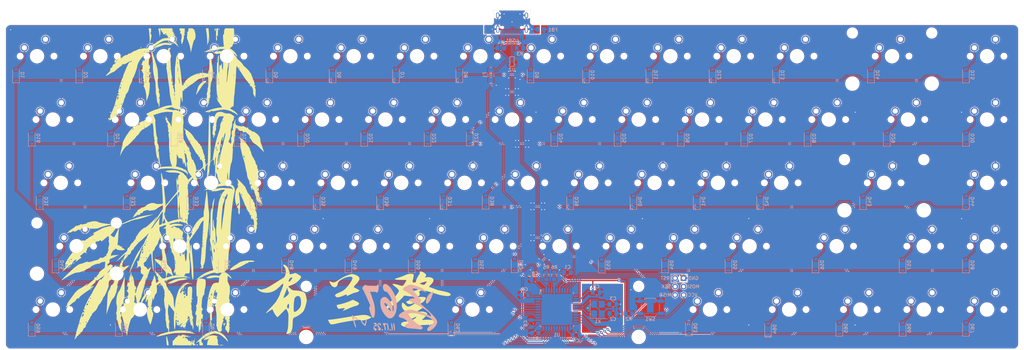
<source format=kicad_pcb>
(kicad_pcb (version 20241229) (generator "pcbnew") (generator_version "9.0")
  (layers (0 "F.Cu" signal) (2 "B.Cu" signal) (13 "F.Paste" user) (15 "B.Paste" user) (5 "F.SilkS" user "F.Silkscreen") (7 "B.SilkS" user "B.Silkscreen") (1 "F.Mask" user) (3 "B.Mask" user) (25 "Edge.Cuts" user))
  (net 0 "")
  (net 1 "Net-(U1-UCAP)")
  (net 2 "GND")
  (net 3 "XTAL1")
  (net 4 "XTAL2")
  (net 5 "+5V")
  (net 6 "Net-(D1-A)")
  (net 7 "row0")
  (net 8 "Net-(D2-A)")
  (net 9 "Net-(D3-A)")
  (net 10 "Net-(D4-A)")
  (net 11 "Net-(D5-A)")
  (net 12 "Net-(D6-A)")
  (net 13 "Net-(D7-A)")
  (net 14 "Net-(D8-A)")
  (net 15 "Net-(D9-A)")
  (net 16 "Net-(D10-A)")
  (net 17 "Net-(D11-A)")
  (net 18 "Net-(D12-A)")
  (net 19 "Net-(D13-A)")
  (net 20 "Net-(D14-A)")
  (net 21 "Net-(D15-A)")
  (net 22 "Net-(D16-A)")
  (net 23 "row1")
  (net 24 "Net-(D17-A)")
  (net 25 "Net-(D18-A)")
  (net 26 "Net-(D19-A)")
  (net 27 "Net-(D20-A)")
  (net 28 "Net-(D21-A)")
  (net 29 "Net-(D22-A)")
  (net 30 "Net-(D23-A)")
  (net 31 "Net-(D24-A)")
  (net 32 "Net-(D25-A)")
  (net 33 "Net-(D26-A)")
  (net 34 "Net-(D27-A)")
  (net 35 "Net-(D28-A)")
  (net 36 "Net-(D29-A)")
  (net 37 "Net-(D30-A)")
  (net 38 "row2")
  (net 39 "Net-(D31-A)")
  (net 40 "Net-(D32-A)")
  (net 41 "Net-(D33-A)")
  (net 42 "Net-(D34-A)")
  (net 43 "Net-(D35-A)")
  (net 44 "Net-(D36-A)")
  (net 45 "Net-(D37-A)")
  (net 46 "Net-(D38-A)")
  (net 47 "Net-(D39-A)")
  (net 48 "Net-(D40-A)")
  (net 49 "Net-(D41-A)")
  (net 50 "Net-(D42-A)")
  (net 51 "Net-(D43-A)")
  (net 52 "Net-(D44-A)")
  (net 53 "row3")
  (net 54 "Net-(D45-A)")
  (net 55 "Net-(D46-A)")
  (net 56 "Net-(D47-A)")
  (net 57 "Net-(D48-A)")
  (net 58 "Net-(D49-A)")
  (net 59 "Net-(D50-A)")
  (net 60 "Net-(D51-A)")
  (net 61 "Net-(D52-A)")
  (net 62 "Net-(D53-A)")
  (net 63 "Net-(D54-A)")
  (net 64 "Net-(D55-A)")
  (net 65 "Net-(D56-A)")
  (net 66 "Net-(D57-A)")
  (net 67 "Net-(D58-A)")
  (net 68 "row4")
  (net 69 "Net-(D59-A)")
  (net 70 "Net-(D60-A)")
  (net 71 "Net-(D61-A)")
  (net 72 "Net-(D62-A)")
  (net 73 "Net-(D63-A)")
  (net 74 "Net-(D64-A)")
  (net 75 "Net-(D65-A)")
  (net 76 "Net-(D66-A)")
  (net 77 "Net-(D67-A)")
  (net 78 "VCC")
  (net 79 "RESET")
  (net 80 "MISO")
  (net 81 "MOSI")
  (net 82 "SCK")
  (net 83 "col0")
  (net 84 "col1")
  (net 85 "col2")
  (net 86 "col3")
  (net 87 "col4")
  (net 88 "col5")
  (net 89 "col6")
  (net 90 "col7")
  (net 91 "col8")
  (net 92 "col9")
  (net 93 "col10")
  (net 94 "col11")
  (net 95 "col12")
  (net 96 "col13")
  (net 97 "col14")
  (net 98 "Net-(U1-~{HWB}{slash}PE2)")
  (net 99 "Net-(USB1-CC2)")
  (net 100 "Net-(USB1-CC1)")
  (net 101 "DN")
  (net 102 "D-")
  (net 103 "DP")
  (net 104 "D+")
  (net 110 "Earth")
  (footprint "Mx_Only:MX-Solderable-1U" (layer "F.Cu") (at 161.13125 10.31875)
    (property "Reference" "K9")
    (property "Value" "8")
  )
  (footprint "LOGO" (layer "F.Cu") (at 46.83125 49.609375)
    (property "Reference" "G***" (hide yes))
    (property "Value" "LOGO" (hide yes))
  )
  (footprint "Mx_Only:MX-Solderable-1U" (layer "F.Cu") (at 70.64375 67.46875)
    (property "Reference" "K47")
    (property "Value" "X")
  )
  (footprint "Mx_Only:MX-Solderable-1U" (layer "F.Cu") (at 94.45625 29.36875)
    (property "Reference" "K20")
    (property "Value" "R")
  )
  (footprint "Mx_Only:MX-Solderable-6.25U" (layer "F.Cu") (at 139.7 86.51875)
    (property "Reference" "K62")
    (property "Value" "SPC")
  )
  (footprint "Mx_Only:MX-Solderable-1U" (layer "F.Cu") (at 46.83125 10.31875)
    (property "Reference" "K3")
    (property "Value" "2")
  )
  (footprint "Mx_Only:MX-Solderable-1U" (layer "F.Cu") (at 146.84375 67.46875)
    (property "Reference" "K51")
    (property "Value" "N")
  )
  (footprint "Mx_Only:MX-Solderable-1U" (layer "F.Cu") (at 89.69375 67.46875)
    (property "Reference" "K48")
    (property "Value" "C")
  )
  (footprint "Mx_Only:MX-Solderable-1U" (layer "F.Cu") (at 189.70625 29.36875)
    (property "Reference" "K25")
    (property "Value" "O")
  )
  (footprint "Mx_Only:MX-Solderable-1U" (layer "F.Cu") (at 27.78125 10.31875)
    (property "Reference" "K2")
    (property "Value" "1")
  )
  (footprint "Mx_Only:MX-Solderable-1U" (layer "F.Cu") (at 256.38125 86.51875)
    (property "Reference" "K65")
    (property "Value" "LEFT")
  )
  (footprint "Mx_Only:MX-Solderable-1U" (layer "F.Cu") (at 227.80625 29.36875)
    (property "Reference" "K27")
    (property "Value" "[{")
  )
  (footprint "Mx_Only:MX-Solderable-1U" (layer "F.Cu") (at 151.60625 29.36875)
    (property "Reference" "K23")
    (property "Value" "U")
  )
  (footprint "Mx_Only:MX-Solderable-1U" (layer "F.Cu") (at 294.48125 29.36875)
    (property "Reference" "K30")
    (property "Value" "PGDN")
  )
  (footprint "Mx_Only:MX-Solderable-1U" (layer "F.Cu") (at 123.03125 10.31875)
    (property "Reference" "K7")
    (property "Value" "6")
  )
  (footprint "Mx_Only:MX-Solderable-1U" (layer "F.Cu") (at 108.74375 67.46875)
    (property "Reference" "K49")
    (property "Value" "V")
  )
  (footprint "Mx_Only:MX-Solderable-2.25U" (layer "F.Cu") (at 20.6375 67.46875)
    (property "Reference" "K45")
    (property "Value" "LSHFT")
  )
  (footprint "Mx_Only:MX-Solderable-1U" (layer "F.Cu") (at 223.04375 67.46875)
    (property "Reference" "K55")
    (property "Value" "/?")
  )
  (footprint "Mx_Only:MX-Solderable-1U" (layer "F.Cu") (at 199.23125 10.31875)
    (property "Reference" "K11")
    (property "Value" "0")
  )
  (footprint "Mx_Only:MX-Solderable-1U" (layer "F.Cu") (at 175.41875 48.41875)
    (property "Reference" "K39")
    (property "Value" "K")
  )
  (footprint "Mx_Only:MX-Solderable-1U" (layer "F.Cu") (at 180.18125 10.31875)
    (property "Reference" "K10")
    (property "Value" "9")
  )
  (footprint "Mx_Only:MX-Solderable-1U" (layer "F.Cu") (at 294.48125 10.31875)
    (property "Reference" "K15")
    (property "Value" "PGUP")
  )
  (footprint "Mx_Only:MX-Solderable-1U" (layer "F.Cu") (at 275.43125 86.51875)
    (property "Reference" "K66")
    (property "Value" "DOWN")
  )
  (footprint "Mx_Only:MX-Solderable-1U" (layer "F.Cu") (at 80.16875 48.41875)
    (property "Reference" "K34")
    (property "Value" "D")
  )
  (footprint "Mx_Only:MX-Solderable-1U" (layer "F.Cu") (at 218.28125 10.31875)
    (property "Reference" "K12")
    (property "Value" "-_")
  )
  (footprint "Mx_Only:MX-Solderable-1U" (layer "F.Cu") (at 56.35625 29.36875)
    (property "Reference" "K18")
    (property "Value" "W")
  )
  (footprint "Mx_Only:MX-Solderable-1U" (layer "F.Cu") (at 294.48125 67.46875)
    (property "Reference" "K58")
    (property "Value" "DEL")
  )
  (footprint "Mx_Only:MX-Solderable-1U" (layer "F.Cu") (at 75.40625 29.36875)
    (property "Reference" "K19")
    (property "Value" "E")
  )
  (footprint "Mx_Only:MX-Solderable-1U" (layer "F.Cu") (at 118.26875 48.41875)
    (property "Reference" "K36")
    (property "Value" "G")
  )
  (footprint "Mx_Only:MX-Solderable-1U" (layer "F.Cu") (at 165.89375 67.46875)
    (property "Reference" "K52")
    (property "Value" "M")
  )
  (footprint "Mx_Only:MX-Solderable-1U" (layer "F.Cu") (at 65.88125 10.31875)
    (property "Reference" "K4")
    (property "Value" "3")
  )
  (footprint "Mx_Only:MX-Solderable-1U" (layer "F.Cu") (at 294.48125 48.41875)
    (property "Reference" "K44")
    (property "Value" "INS")
  )
  (footprint "Mx_Only:MX-Solderable-1U" (layer "F.Cu") (at 61.11875 48.41875)
    (property "Reference" "K33")
    (property "Value" "S")
  )
  (footprint "Mx_Only:MX-Solderable-1U" (layer "F.Cu") (at 275.43125 67.46875)
    (property "Reference" "K57")
    (property "Value" "UP")
  )
  (footprint "Mx_Only:MX-Solderable-2U" (layer "F.Cu") (at 265.90625 10.31875)
    (property "Reference" "K14")
    (property "Value" "BSPC")
  )
  (footprint "Mx_Only:MX-Solderable-1U" (layer "F.Cu") (at 246.85625 29.36875)
    (property "Reference" "K28")
    (property "Value" "]}")
  )
  (footprint "Mx_Only:MX-Solderable-1.5U" (layer "F.Cu") (at 270.66875 29.36875)
    (property "Reference" "K29")
    (property "Value" "\\|")
  )
  (footprint "Mx_Only:MX-Solderable-1.5U" (layer "F.Cu") (at 13.49375 86.51875)
    (property "Reference" "K59")
    (property "Value" "CTRL")
  )
  (footprint "Mx_Only:MX-Solderable-1U" (layer "F.Cu") (at 51.59375 67.46875)
    (property "Reference" "K46")
    (property "Value" "Z")
  )
  (footprint "Mx_Only:MX-Solderable-1U" (layer "F.Cu") (at 232.56875 48.41875)
    (property "Reference" "K42")
    (property "Value" "' \"")
  )
  (footprint "Mx_Only:MX-Solderable-1U" (layer "F.Cu") (at 99.21875 48.41875)
    (property "Reference" "K35")
    (property "Value" "F")
  )
  (footprint "Mx_Only:MX-Solderable-1U" (layer "F.Cu") (at 184.94375 67.46875)
    (property "Reference" "K53")
    (property "Value" ",<")
  )
  (footprint "Mx_Only:MX-Solderable-1U" (layer "F.Cu") (at 103.98125 10.31875)
    (property "Reference" "K6")
    (property "Value" "5")
  )
  (footprint "Mx_Only:MX-Solderable-1.5U" (layer "F.Cu") (at 13.49375 29.36875)
    (property "Reference" "K16")
    (property "Value" "TAB")
  )
  (footprint "Mx_Only:MX-Solderable-1U" (layer "F.Cu") (at 37.30625 29.36875)
    (property "Reference" "K17")
    (property "Value" "Q")
  )
  (footprint "Mx_Only:MX-Solderable-1U" (layer "F.Cu") (at 42.06875 48.41875)
    (property "Reference" "K32")
    (property "Value" "A")
  )
  (footprint "Mx_Only:MX-Solderable-1.75U" (layer "F.Cu") (at 249.2375 67.46875)
    (property "Reference" "K56")
    (property "Value" "RSHFT")
  )
  (footprint "Mx_Only:MX-Solderable-1U" (layer "F.Cu") (at 208.75625 29.36875)
    (property "Reference" "K26")
    (property "Value" "P")
  )
  (footprint "Mx_Only:MX-Solderable-1.75U" (layer "F.Cu") (at 15.875 48.41875)
    (property "Reference" "K31")
    (property "Value" "CAPS")
  )
  (footprint "Mx_Only:MX-Solderable-1U" (layer "F.Cu") (at 294.48125 86.51875)
    (property "Reference" "K67")
    (property "Value" "RGHT")
  )
  (footprint "Mx_Only:MX-Solderable-1.25U" (layer "F.Cu") (at 234.95 86.51875)
    (property "Reference" "K64")
    (property "Value" "FN")
  )
  (footprint "Mx_Only:MX-Solderable-1U" (layer "F.Cu") (at 137.31875 48.41875)
    (property "Reference" "K37")
    (property "Value" "H")
  )
  (footprint "Mx_Only:MX-Solderable-1U" (layer "F.Cu") (at 132.55625 29.36875)
    (property "Reference" "K22")
    (property "Value" "Y")
  )
  (footprint "Mx_Only:MX-Solderable-2.25U" (layer "F.Cu") (at 263.525 48.41875)
    (property "Reference" "K43")
    (property "Value" "ENT")
  )
  (footprint "Mx_Only:MX-Solderable-1U" (layer "F.Cu") (at 113.50625 29.36875)
    (property "Reference" "K21")
    (property "Value" "T")
  )
  (footprint "Mx_Only:MX-Solderable-1U" (layer "F.Cu") (at 127.79375 67.46875)
    (property "Reference" "K50")
    (property "Value" "B")
  )
  (footprint "Mx_Only:MX-Solderable-1U" (layer "F.Cu") (at 84.93125 10.31875)
    (property "Reference" "K5")
    (property "Value" "4")
  )
  (footprint "Mx_Only:MX-Solderable-1U" (layer "F.Cu") (at 237.33125 10.31875)
    (property "Reference" "K13")
    (property "Value" "=+")
  )
  (footprint "Mx_Only:MX-Solderable-1U" (layer "F.Cu") (at 8.73125 10.31875)
    (property "Reference" "K1")
    (property "Value" "ESC")
  )
  (footprint "Mx_Only:MX-Solderable-1U" (layer "F.Cu") (at 213.51875 48.41875)
    (property "Reference" "K41")
    (property "Value" "; :")
  )
  (footprint "Mx_Only:MX-Solderable-1U" (layer "F.Cu") (at 142.08125 10.31875)
    (property "Reference" "K8")
    (property "Value" "7")
  )
  (footprint "Mx_Only:MX-Solderable-1.25U" (layer "F.Cu") (at 211.1375 86.51875)
    (property "Reference" "K63")
    (property "Value" "RALT")
  )
  (footprint "Mx_Only:MX-Solderable-1U" (layer "F.Cu") (at 170.65625 29.36875)
    (property "Reference" "K24")
    (property "Value" "I")
  )
  (footprint "Mx_Only:MX-Solderable-1.25U" (layer "F.Cu") (at 39.6875 86.51875)
    (property "Reference" "K60")
    (property "Value" "WIN")
  )
  (footprint "Mx_Only:MX-Solderable-1U" (layer "F.Cu") (at 156.36875 48.41875)
    (property "Reference" "K38")
    (property "Value" "J")
  )
  (footprint "LOGO" (layer "F.Cu") (at 104.210914 83.302367)
    (property "Reference" "G***" (hide yes))
    (property "Value" "LOGO" (hide yes))
  )
  (footprint "Mx_Only:MX-Solderable-1U" (layer "F.Cu") (at 194.46875 48.41875)
    (property "Reference" "K40")
    (property "Value" "L")
  )
  (footprint "Mx_Only:MX-Solderable-1U" (layer "F.Cu") (at 203.99375 67.46875)
    (property "Reference" "K54")
    (property "Value" ".>")
  )
  (footprint "Mx_Only:MX-Solderable-1.5U" (layer "F.Cu") (at 65.88125 86.51875)
    (property "Reference" "K61")
    (property "Value" "LALT")
  )
  (footprint "Diode_SMD:D_SOD-123" (layer "B.Cu") (at 88.10625 34.9875 90)
    (property "Reference" "D20")
    (property "Value" "D")
  )
  (footprint "Crystal:Crystal_SMD_3225-4Pin_3.2x2.5mm_HandSoldering" (layer "B.Cu") (at 177.44375 86.38125 90)
    (property "Reference" "X1")
    (property "Value" "XTAL")
  )
  (footprint "Diode_SMD:D_SOD-123" (layer "B.Cu") (at 221.45625 34.9875 90)
    (property "Reference" "D27")
    (property "Value" "D")
  )
  (footprint "Diode_SMD:D_SOD-123" (layer "B.Cu") (at 133.35 92.075 90)
    (property "Reference" "D62")
    (property "Value" "D")
  )
  (footprint "Diode_SMD:D_SOD-123" (layer "B.Cu") (at 230.98125 15.9375 90)
    (property "Reference" "D13")
    (property "Value" "D")
  )
  (footprint "Diode_SMD:D_SOD-123" (layer "B.Cu") (at 183.35625 34.9875 90)
    (property "Reference" "D25")
    (property "Value" "D")
  )
  (footprint "Diode_SMD:D_SOD-123" (layer "B.Cu") (at 140.49375 73.0875 90)
    (property "Reference" "D51")
    (property "Value" "D")
  )
  (footprint "Diode_SMD:D_SOD-123" (layer "B.Cu") (at 173.83125 15.9375 90)
    (property "Reference" "D10")
    (property "Value" "D")
  )
  (footprint "Diode_SMD:D_SOD-123" (layer "B.Cu") (at 2.38125 15.9375 90)
    (property "Reference" "D1")
    (property "Value" "D")
  )
  (footprint "Diode_SMD:D_SOD-123" (layer "B.Cu") (at 121.44375 73.0875 90)
    (property "Reference" "D50")
    (property "Value" "D")
  )
  (footprint "Diode_SMD:D_SOD-123" (layer "B.Cu") (at 152.4 73.025 90)
    (property "Reference" "D52")
    (property "Value" "D")
  )
  (footprint "Diode_SMD:D_SOD-123" (layer "B.Cu") (at 192.88125 15.9375 90)
    (property "Reference" "D11")
    (property "Value" "D")
  )
  (footprint "Diode_SMD:D_SOD-123" (layer "B.Cu") (at 164.30625 34.9875 90)
    (property "Reference" "D24")
    (property "Value" "D")
  )
  (footprint "Diode_SMD:D_SOD-123" (layer "B.Cu") (at 188.11875 54.0375 90)
    (property "Reference" "D40")
    (property "Value" "D")
  )
  (footprint "Diode_SMD:D_SOD-123" (layer "B.Cu") (at 9.525 54.0375 90)
    (property "Reference" "D31")
    (property "Value" "D")
  )
  (footprint "Capacitor_SMD:C_0805_2012Metric_Pad1.18x1.45mm_HandSolder" (layer "B.Cu") (at 176.929552 81.359375)
    (property "Reference" "C5")
    (property "Value" "0.1u")
  )
  (footprint "Resistor_SMD:R_0805_2012Metric_Pad1.20x1.40mm_HandSolder" (layer "B.Cu") (at 186.721875 87.709375)
    (property "Reference" "R2")
    (property "Value" "10k")
  )
  (footprint "Diode_SMD:D_SOD-123" (layer "B.Cu") (at 197.64375 73.0875 90)
    (property "Reference" "D54")
    (property "Value" "D")
  )
  (footprint "Diode_SMD:D_SOD-123" (layer "B.Cu") (at 7.14375 92.1375 90)
    (property "Reference" "D59")
    (property "Value" "D")
  )
  (footprint "Fuse:Fuse_1206_3216Metric_Pad1.42x1.75mm_HandSolder" (layer "B.Cu") (at 145.25625 15.975 -90)
    (property "Reference" "F1")
    (property "Value" "500m")
  )
  (footprint "LOGO" (layer "B.Cu") (at 113.220722 91.598714 180)
    (property "Reference" "G***" (hide yes))
    (property "Value" "LOGO" (hide yes))
  )
  (footprint "Capacitor_SMD:C_0805_2012Metric_Pad1.18x1.45mm_HandSolder" (layer "B.Cu") (at 158.50625 77.390625 180)
    (property "Reference" "C8")
    (property "Value" "10u")
  )
  (footprint "random-keyboard-parts:SOT143B" (layer "B.Cu") (at 151.60625 11.90625 180)
    (property "Reference" "U2")
    (property "Value" "PRTR5V0U2X")
  )
  (footprint "Diode_SMD:D_SOD-123" (layer "B.Cu") (at 242.8875 73.0875 90)
    (property "Reference" "D56")
    (property "Value" "D")
  )
  (footprint "Diode_SMD:D_SOD-123" (layer "B.Cu") (at 59.53125 92.1375 90)
    (property "Reference" "D61")
    (property "Value" "D")
  )
  (footprint "Diode_SMD:D_SOD-123" (layer "B.Cu") (at 257.175 54.0375 90)
    (property "Reference" "D43")
    (property "Value" "D")
  )
  (footprint "Resistor_SMD:R_0805_2012Metric_Pad1.20x1.40mm_HandSolder" (layer "B.Cu") (at 148.225 7.9375 180)
    (property "Reference" "R4")
    (property "Value" "5.1k")
  )
  (footprint "Capacitor_SMD:C_0805_2012Metric_Pad1.18x1.45mm_HandSolder" (layer "B.Cu") (at 168.275 75.40625 180)
    (property "Reference" "C1")
    (property "Value" "1u")
  )
  (footprint "Diode_SMD:D_SOD-123" (layer "B.Cu") (at 138.90625 34.8625 90)
    (property "Reference" "D23")
    (property "Value" "D")
  )
  (footprint "Capacitor_SMD:C_0805_2012Metric_Pad1.18x1.45mm_HandSolder" (layer "B.Cu") (at 170.877363 94.188702)
    (property "Reference" "C4")
    (property "Value" "0.1u")
  )
  (footprint "Diode_SMD:D_SOD-123" (layer "B.Cu") (at 269.08125 92.1375 90)
    (property "Reference" "D66")
    (property "Value" "D")
  )
  (footprint "Package_QFP:TQFP-44_10x10mm_P0.8mm" (layer "B.Cu") (at 165.1 86.51875 -90)
    (property "Reference" "U1")
    (property "Value" "ATmega32U4-A")
  )
  (footprint "Diode_SMD:D_SOD-123" (layer "B.Cu") (at 97.63125 15.9375 90)
    (property "Reference" "D6")
    (property "Value" "D")
  )
  (footprint "Diode_SMD:D_SOD-123" (layer "B.Cu") (at 59.53125 15.9375 90)
    (property "Reference" "D4")
    (property "Value" "D")
  )
  (footprint "Inductor_SMD:L_0805_2012Metric_Pad1.15x1.40mm_HandSolder" (layer "B.Cu") (at 160.23125 2.225)
    (property "Reference" "FB1")
    (property "Value" "60@100MHz")
  )
  (footprint "Diode_SMD:D_SOD-123" (layer "B.Cu") (at 288.13125 92.1375 90)
    (property "Reference" "D67")
    (property "Value" "D")
  )
  (footprint "Diode_SMD:D_SOD-123" (layer "B.Cu") (at 69.05625 34.9875 90)
    (property "Reference" "D19")
    (property "Value" "D")
  )
  (footprint "Button_Switch_SMD:SW_SPST_SKQG_WithStem" (layer "B.Cu") (at 193.203125 85.859375)
    (property "Reference" "SW1")
    (property "Value" "SW_Push_Reset")
  )
  (footprint "Diode_SMD:D_SOD-123" (layer "B.Cu") (at 111.91875 54.1 90)
    (property "Reference" "D36")
    (property "Value" "D")
  )
  (footprint "Diode_SMD:D_SOD-123" (layer "B.Cu") (at 116.68125 15.9375 90)
    (property "Reference" "D7")
    (property "Value" "D")
  )
  (footprint "Resistor_SMD:R_0805_2012Metric_Pad1.20x1.40mm_HandSolder" (layer "B.Cu") (at 158.56875 93.60625 180)
    (property "Reference" "R1")
    (property "Value" "10k")
  )
  (footprint "Diode_SMD:D_SOD-123" (layer "B.Cu") (at 33.3375 92.1375 90)
    (property "Reference" "D60")
    (property "Value" "D")
  )
  (footprint "Diode_SMD:D_SOD-123" (layer "B.Cu") (at 204.7875 92.0125 90)
    (property "Reference" "D63")
    (property "Value" "D")
  )
  (footprint "Diode_SMD:D_SOD-123" (layer "B.Cu") (at 78.58125 15.9375 90)
    (property "Reference" "D5")
    (property "Value" "D")
  )
  (footprint "Diode_SMD:D_SOD-123" (layer "B.Cu") (at 288.13125 15.9375 90)
    (property "Reference" "D15")
    (property "Value" "D")
  )
  (footprint "Diode_SMD:D_SOD-123" (layer "B.Cu") (at 264.31875 34.9875 90)
    (property "Reference" "D29")
    (property "Value" "D")
  )
  (footprint "Diode_SMD:D_SOD-123" (layer "B.Cu") (at 30.95625 34.9875 90)
    (property "Reference" "D17")
    (property "Value" "D")
  )
  (footprint "Resistor_SMD:R_0805_2012Metric_Pad1.20x1.40mm_HandSolder" (layer "B.Cu") (at 164.30625 76.40625 -90)
    (property "Reference" "R6")
    (property "Value" "22")
  )
  (footprint "Diode_SMD:D_SOD-123" (layer "B.Cu") (at 83.34375 73.0875 90)
    (property "Reference" "D48")
    (property "Value" "D")
  )
  (footprint "Diode_SMD:D_SOD-123" (layer "B.Cu") (at 288.13125 54.0375 90)
    (property "Reference" "D44")
    (property "Value" "D")
  )
  (footprint "Diode_SMD:D_SOD-123" (layer "B.Cu") (at 216.69375 73.0875 90)
    (property "Reference" "D55")
    (property "Value" "D")
  )
  (footprint "Resistor_SMD:R_0805_2012Metric_Pad1.20x1.40mm_HandSolder" (layer "B.Cu") (at 161.925 76.40625 -90)
    (property "Reference" "R5")
    (property "Value" "22")
  )
  (footprint "Diode_SMD:D_SOD-123" (layer "B.Cu") (at 240.50625 34.9875 90)
    (property "Reference" "D28")
    (property "Value" "D")
  )
  (footprint "Type-C:HRO-TYPE-C-31-M-12-HandSoldering" (layer "B.Cu") (at 151.60625 -4.585)
    (property "Reference" "USB1")
    (property "Value" "HRO-TYPE-C-31-M-12")
  )
  (footprint "LOGO" (layer "B.Cu") (at 123.23017 85.950082 180)
    (property "Reference" "G***" (hide yes))
    (property "Value" "LOGO" (hide yes))
  )
  (footprint "Diode_SMD:D_SOD-123" (layer "B.Cu") (at 107.15625 34.9875 90)
    (property "Reference" "D21")
    (property "Value" "D")
  )
  (footprint "Diode_SMD:D_SOD-123" (layer "B.Cu") (at 50.00625 34.9875 90)
    (property "Reference" "D18")
    (property "Value" "D")
  )
  (footprint "Diode_SMD:D_SOD-123" (layer "B.Cu") (at 288.13125 34.9875 90)
    (property "Reference" "D30")
    (property "Value" "D")
  )
  (footprint "Diode_SMD:D_SOD-123" (layer "B.Cu") (at 135.73125 15.875 90)
    (property "Reference" "D8")
    (property "Value" "D")
  )
  (footprint "Diode_SMD:D_SOD-123" (layer "B.Cu") (at 228.6 92.409375 90)
    (property "Reference" "D64")
    (property "Value" "D")
  )
  (footprint "Diode_SMD:D_SOD-123" (layer "B.Cu") (at 64.29375 73.0875 90)
    (property "Reference" "D47")
    (property "Value" "D")
  )
  (footprint "Capacitor_SMD:C_0805_2012Metric_Pad1.18x1.45mm_HandSolder" (layer "B.Cu") (at 181.966451 87.709375)
    (property "Reference" "C2")
    (property "Value" "22p")
  )
  (footprint "Diode_SMD:D_SOD-123" (layer "B.Cu") (at 35.71875 54.0375 90)
    (property "Reference" "D32")
    (property "Value" "D")
  )
  (footprint "Diode_SMD:D_SOD-123" (layer "B.Cu") (at 14.2875 73.0875 90)
    (property "Reference" "D45")
    (property "Value" "D")
  )
  (footprint "LOGO" (layer "B.Cu") (at 105.93125 90.125 180)
    (property "Reference" "G***" (hide yes))
    (property "Value" "LOGO" (hide yes))
  )
  (footprint "Diode_SMD:D_SOD-123" (layer "B.Cu") (at 259.55625 15.9375 90)
    (property "Reference" "D14")
    (property "Value" "D")
  )
  (footprint "Capacitor_SMD:C_0805_2012Metric_Pad1.18x1.45mm_HandSolder" (layer "B.Cu") (at 155.421875 82.153125 180)
    (property "Reference" "C7")
    (property "Value" "0.1u")
  )
  (footprint "Diode_SMD:D_SOD-123" (layer "B.Cu") (at 211.93125 15.9375 90)
    (property "Reference" "D12")
    (property "Value" "D")
  )
  (footprint "Diode_SMD:D_SOD-123" (layer "B.Cu") (at 7.14375 34.9875 90)
    (property "Reference" "D16")
    (property "Value" "D")
  )
  (footprint "Diode_SMD:D_SOD-123" (layer "B.Cu") (at 250.03125 92.1375 90)
    (property "Reference" "D65")
    (property "Value" "D")
  )
  (footprint "Diode_SMD:D_SOD-123" (layer "B.Cu") (at 269.08125 73.0875 90)
    (property "Reference" "D57")
    (property "Value" "D")
  )
  (footprint "Diode_SMD:D_SOD-123" (layer "B.Cu") (at 45.24375 73.0875 90)
    (property "Reference" "D46")
    (property "Value" "D")
  )
  (footprint "Diode_SMD:D_SOD-123" (layer "B.Cu") (at 226.21875 54.0375 90)
    (property "Reference" "D42")
    (property "Value" "D")
  )
  (footprint "Diode_SMD:D_SOD-123" (layer "B.Cu") (at 157.1625 15.9375 90)
    (property "Reference" "D9")
    (property "Value" "D")
  )
  (footprint "Diode_SMD:D_SOD-123" (layer "B.Cu") (at 169.06875 54.0375 90)
    (property "Reference" "D39")
    (property "Value" "D")
  )
  (footprint "Diode_SMD:D_SOD-123" (layer "B.Cu") (at 143.66875 53.9125 90)
    (property "Reference" "D38")
    (property "Value" "D")
  )
  (footprint "Capacitor_SMD:C_0805_2012Metric_Pad1.18x1.45mm_HandSolder" (layer "B.Cu") (at 157.31875 90.73125 90)
    (property "Reference" "C6")
    (property "Value" "0.1u")
  )
  (footprint "random-keyboard-parts:Reset_Pretty-Mask" (layer "B.Cu") (at 201.93 79.613125)
    (property "Reference" "J1")
    (property "Value" "AVR-ISP-6")
  )
  (footprint "LOGO" (layer "B.Cu") (at 112.18017 83.900082 180)
    (property "Reference" "G***" (hide yes))
    (property "Value" "LOGO" (hide yes))
  )
  (footprint "Diode_SMD:D_SOD-123" (layer "B.Cu") (at 40.48125 15.9375 90)
    (property "Reference" "D3")
    (property "Value" "D")
  )
  (footprint "Diode_SMD:D_SOD-123" (layer "B.Cu") (at 92.86875 54.0375 90)
    (property "Reference" "D35")
    (property "Value" "D")
  )
  (footprint "Diode_SMD:D_SOD-123" (layer "B.Cu") (at 207.16875 54.0375 90)
    (property "Reference" "D41")
    (property "Value" "D")
  )
  (footprint "Resistor_SMD:R_0805_2012Metric_Pad1.20x1.40mm_HandSolder" (layer "B.Cu") (at 153.9875 7.9375)
    (property "Reference" "R3")
    (property "Value" "5.1k")
  )
  (footprint "Diode_SMD:D_SOD-123" (layer "B.Cu") (at 288.13125 73.0875 90)
    (property "Reference" "D58")
    (property "Value" "D")
  )
  (footprint "Capacitor_SMD:C_0805_2012Metric_Pad1.18x1.45mm_HandSolder" (layer "B.Cu") (at 181.949696 84.926406)
    (property "Reference" "C3")
    (property "Value" "22p")
  )
  (footprint "Diode_SMD:D_SOD-123" (layer "B.Cu") (at 21.43125 15.9375 90)
    (property "Reference" "D2")
    (property "Value" "D")
  )
  (footprint "Diode_SMD:D_SOD-123" (layer "B.Cu") (at 126.20625 34.9875 90)
    (property "Reference" "D22")
    (property "Value" "D")
  )
  (footprint "Diode_SMD:D_SOD-123" (layer "B.Cu") (at 102.39375 73.0875 90)
    (property "Reference" "D49")
    (property "Value" "D")
  )
  (footprint "Diode_SMD:D_SOD-123" (layer "B.Cu") (at 202.40625 34.9875 90)
    (property "Reference" "D26")
    (property "Value" "D")
  )
  (footprint "Diode_SMD:D_SOD-123" (layer "B.Cu") (at 130.96875 54.0375 90)
    (property "Reference" "D37")
    (property "Value" "D")
  )
  (footprint "Diode_SMD:D_SOD-123" (layer "B.Cu") (at 73.81875 54.0375 90)
    (property "Reference" "D34")
    (property "Value" "D")
  )
  (footprint "Diode_SMD:D_SOD-123" (layer "B.Cu") (at 54.76875 54.0375 90)
    (property "Reference" "D33")
    (property "Value" "D")
  )
  (footprint "Diode_SMD:D_SOD-123" (layer "B.Cu") (at 178.59375 73.15 90)
    (property "Reference" "D53")
    (property "Value" "D")
  )
  (gr_arc (start 304.00625 96.8375) (mid 303.541282 97.960032) (end 302.41875 98.425) (stroke (width 0.05)) (layer "Edge.Cuts"))
  (gr_arc (start 0.79375 98.425) (mid -0.328782 97.960032) (end -0.79375 96.8375) (stroke (width 0.05)) (layer "Edge.Cuts"))
  (gr_line (start 304.00625 2.38125) (end 304.00625 96.04375) (stroke (width 0.05)) (layer "Edge.Cuts"))
  (gr_line (start 157.95625 0.79375) (end 302.41875 0.79375) (stroke (width 0.05)) (layer "Edge.Cuts"))
  (gr_line (start -0.79375 96.04375) (end -0.79375 2.38125) (stroke (width 0.05)) (layer "Edge.Cuts"))
  (gr_line (start 146.05 -3.571875) (end 157.1625 -3.571875) (stroke (width 0.05)) (layer "Edge.Cuts"))
  (gr_arc (start 302.41875 0.79375) (mid 303.541282 1.258718) (end 304.00625 2.38125) (stroke (width 0.05)) (layer "Edge.Cuts"))
  (gr_line (start 157.162551 0) (end 157.162551 -3.571875) (stroke (width 0.05)) (layer "Edge.Cuts"))
  (gr_arc (start -0.79375 2.38125) (mid -0.328782 1.258718) (end 0.79375 0.79375) (stroke (width 0.05)) (layer "Edge.Cuts"))
  (gr_arc (start 157.95625 0.79375) (mid 157.394984 0.561266) (end 157.1625 0) (stroke (width 0.05)) (layer "Edge.Cuts"))
  (gr_arc (start 146.05 0) (mid 145.817516 0.561266) (end 145.25625 0.79375) (stroke (width 0.05)) (layer "Edge.Cuts"))
  (gr_line (start 145.25625 0.79375) (end 0.79375 0.79375) (stroke (width 0.05)) (layer "Edge.Cuts"))
  (gr_line (start 146.05 0) (end 146.05 -3.571875) (stroke (width 0.05)) (layer "Edge.Cuts"))
  (gr_line (start 304.00625 96.04375) (end 304.00625 96.8375) (stroke (width 0.05)) (layer "Edge.Cuts"))
  (gr_line (start -0.79375 96.8375) (end -0.79375 96.04375) (stroke (width 0.05)) (layer "Edge.Cuts"))
  (gr_line (start 302.41875 98.425) (end 0.79375 98.425) (stroke (width 0.05)) (layer "Edge.Cuts"))
  (segment (start 169.078125 75.40625) (end 165.1 79.384375) (width 0.254) (layer "B.Cu") (net 1))
  (segment (start 169.3125 75.40625) (end 169.078125 75.40625) (width 0.254) (layer "B.Cu") (net 1))
  (segment (start 165.1 79.384375) (end 165.1 80.85625) (width 0.254) (layer "B.Cu") (net 1))
  (segment (start 196.453125 82.153125) (end 196.453125 79.524253) (width 0.381) (layer "F.Cu") (net 2))
  (segment (start 196.453125 79.524253) (end 200.145753 75.831625) (width 0.381) (layer "F.Cu") (net 2))
  (segment (start 201.9585 75.831625) (end 203.2 77.073125) (width 0.381) (layer "F.Cu") (net 2))
  (segment (start 200.145753 75.831625) (end 201.9585 75.831625) (width 0.381) (layer "F.Cu") (net 2))
  (segment (start 157.1625 74.6125) (end 165.89375 74.6125) (width 0.381) (layer "F.Cu") (net 2))
  (segment (start 183.753125 74.6125) (end 165.89375 74.6125) (width 0.381) (layer "F.Cu") (net 2))
  (segment (start 146.858411 19.064661) (end 147.666822 18.25625) (width 0.381) (layer "F.Cu") (net 2))
  (segment (start 147.666822 18.25625) (end 153.025 18.25625) (width 0.381) (layer "F.Cu") (net 2))
  (segment (start 157.1625 74.6125) (end 155.575 73.025) (width 0.381) (layer "F.Cu") (net 2))
  (segment (start 153.025 18.25625) (end 153.9875 17.29375) (width 0.381) (layer "F.Cu") (net 2))
  (segment (start 187.325 78.184375) (end 183.753125 74.6125) (width 0.381) (layer "F.Cu") (net 2))
  (segment (start 187.325 80.565625) (end 187.325 78.184375) (width 0.381) (layer "F.Cu") (net 2))
  (via (at 150.59375 14.890625) (size 0.8) (drill 0.3) (layers "F.Cu" "B.Cu") (net 2))
  (via (at 126.809375 91.165) (size 0.8) (drill 0.3) (layers "F.Cu" "B.Cu") (net 2))
  (via (at 152.69375 35.690625) (size 0.8) (drill 0.3) (layers "F.Cu" "B.Cu") (net 2))
  (via (at 157.29375 64.128625) (size 0.8) (drill 0.3) (layers "F.Cu" "B.Cu") (net 2))
  (via (at 160.39375 65.790625) (size 0.8) (drill 0.3) (layers "F.Cu" "B.Cu") (net 2))
  (via (at 184.284259 87.817154) (size 0.8) (drill 0.3) (layers "F.Cu" "B.Cu") (net 2))
  (via (at 158.19375 64.128625) (size 0.8) (drill 0.3) (layers "F.Cu" "B.Cu") (net 2))
  (via (at 158.809375 27.165) (size 0.8) (drill 0.3) (layers "F.Cu" "B.Cu") (net 2))
  (via (at 160.49375 56.4875) (size 0.8) (drill 0.3) (layers "F.Cu" "B.Cu") (net 2))
  (via (at 126.809375 27.165) (size 0.8) (drill 0.3) (layers "F.Cu" "B.Cu") (net 2))
  (via (at 150.59375 16.875) (size 0.8) (drill 0.3) (layers "F.Cu" "B.Cu") (net 2))
  (via (at 150.59375 20.090625) (size 0.8) (drill 0.3) (layers "F.Cu" "B.Cu") (net 2))
  (via (at 152.59375 16.875) (size 0.8) (drill 0.3) (layers "F.Cu" "B.Cu") (net 2))
  (via (at 155.69375 37.675) (size 0.8) (drill 0.3) (layers "F.Cu" "B.Cu") (net 2))
  (via (at 157.1625 74.6125) (size 0.8) (drill 0.3) (layers "F.Cu" "B.Cu") (net 2))
  (via (at 146.858411 19.064661) (size 0.8) (drill 0.3) (layers "F.Cu" "B.Cu") (net 2))
  (via (at 160.39375 64.128625) (size 0.8) (drill 0.3) (layers "F.Cu" "B.Cu") (net 2))
  (via (at 155.575 73.025) (size 0.8) (drill 0.3) (layers "F.Cu" "B.Cu") (net 2))
  (via (at 286.809375 59.165) (size 0.8) (drill 0.3) (layers "F.Cu" "B.Cu") (net 2))
  (via (at 62.809375 91.165) (size 0.8) (drill 0.3) (layers "F.Cu" "B.Cu") (net 2))
  (via (at 222.809375 91.165) (size 0.8) (drill 0.3) (layers "F.Cu" "B.Cu") (net 2))
  (via (at 254.809375 27.165) (size 0.8) (drill 0.3) (layers "F.Cu" "B.Cu") (net 2))
  (via (at 153.59375 35.690625) (size 0.8) (drill 0.3) (layers "F.Cu" "B.Cu") (net 2))
  (via (at 156.59375 37.68125) (size 0.8) (drill 0.3) (layers "F.Cu" "B.Cu") (net 2))
  (via (at 152.59375 20.090625) (size 0.8) (drill 0.3) (layers "F.Cu" "B.Cu") (net 2))
  (via (at 94.809375 59.165) (size 0.8) (drill 0.3) (layers "F.Cu" "B.Cu") (net 2))
  (via (at 187.325 80.565625) (size 0.8) (drill 0.3) (layers "F.Cu" "B.Cu") (net 2))
  (via (at 161.396125 54.503125) (size 0.8) (drill 0.3) (layers "F.Cu" "B.Cu") (net 2))
  (via (at 157.29375 56.475) (size 0.8) (drill 0.3) (layers "F.Cu" "B.Cu") (net 2))
  (via (at 160.49375 54.503125) (size 0.8) (drill 0.3) (layers "F.Cu" "B.Cu") (net 2))
  (via (at 157.29375 54.490625) (size 0.8) (drill 0.3) (layers "F.Cu" "B.Cu") (net 2))
  (via (at 153.59375 37.675) (size 0.8) (drill 0.3) (layers "F.Cu" "B.Cu") (net 2))
  (via (at 0.79375 2.38125) (size 0.8) (drill 0.3) (layers "F.Cu" "B.Cu") (net 2))
  (via (at 126.809375 59.165) (size 0.8) (drill 0.3) (layers "F.Cu" "B.Cu") (net 2))
  (via (at 158.196125 56.475) (size 0.8) (drill 0.3) (layers "F.Cu" "B.Cu") (net 2))
  (via (at 150.59375 22.075) (size 0.8) (drill 0.3) (layers "F.Cu" "B.Cu") (net 2))
  (via (at 30.809375 91.165) (size 0.8) (drill 0.3) (layers "F.Cu" "B.Cu") (net 2))
  (via (at 159.69375 71.290625) (size 0.8) (drill 0.3) (layers "F.Cu" "B.Cu") (net 2))
  (via (at 153.9875 17.29375) (size 0.8) (drill 0.3) (layers "F.Cu" "B.Cu") (net 2))
  (via (at 62.809375 59.165) (size 0.8) (drill 0.3) (layers "F.Cu" "B.Cu") (net 2))
  (via (at 158.196125 54.490625) (size 0.8) (drill 0.3) (layers "F.Cu" "B.Cu") (net 2))
  (via (at 162.79375 71.590625) (size 0.8) (drill 0.3) (layers "F.Cu" "B.Cu") (net 2))
  (via (at 152.59375 22.075) (size 0.8) (drill 0.3) (layers "F.Cu" "B.Cu") (net 2))
  (via (at 222.809375 59.165) (size 0.8) (drill 0.3) (layers "F.Cu" "B.Cu") (net 2))
  (via (at 153.49375 22.075) (size 0.8) (drill 0.3) (layers "F.Cu" "B.Cu") (net 2))
  (via (at 190.809375 59.165) (size 0.8) (drill 0.3) (layers "F.Cu" "B.Cu") (net 2))
  (via (at 157.29375 65.790625) (size 0.8) (drill 0.3) (layers "F.Cu" "B.Cu") (net 2))
  (via (at 174.41875 86.05625) (size 0.8) (drill 0.3) (layers "F.Cu" "B.Cu") (net 2))
  (via (at 286.809375 27.165) (size 0.8) (drill 0.3) (layers "F.Cu" "B.Cu") (net 2))
  (via (at 158.19375 65.790625) (size 0.8) (drill 0.3) (layers "F.Cu" "B.Cu") (net 2))
  (via (at 254.809375 91.165) (size 0.8) (drill 0.3) (layers "F.Cu" "B.Cu") (net 2))
  (via (at 161.396125 56.4875) (size 0.8) (drill 0.3) (layers "F.Cu" "B.Cu") (net 2))
  (via (at 184.242372 84.918589) (size 0.8) (drill 0.3) (layers "F.Cu" "B.Cu") (net 2))
  (via (at 156.59375 35.696875) (size 0.8) (drill 0.3) (layers "F.Cu" "B.Cu") (net 2))
  (via (at 165.89375 74.6125) (size 0.8) (drill 0.3) (layers "F.Cu" "B.Cu") (net 2))
  (via (at 161.19375 69.990625) (size 0.8) (drill 0.3) (layers "F.Cu" "B.Cu") (net 2))
  (via (at 30.809375 27.165) (size 0.8) (drill 0.3) (layers "F.Cu" "B.Cu") (net 2))
  (via (at 149.69375 20.090625) (size 0.8) (drill 0.3) (layers "F.Cu" "B.Cu") (net 2))
  (via (at 196.453125 82.153125) (size 0.8) (drill 0.3) (layers "F.Cu" "B.Cu") (net 2))
  (via (at 152.69375 37.675) (size 0.8) (drill 0.3) (layers "F.Cu" "B.Cu") (net 2))
  (via (at 155.69375 35.690625) (size 0.8) (drill 0.3) (layers "F.Cu" "B.Cu") (net 2))
  (via (at 149.69375 22.075) (size 0.8) (drill 0.3) (layers "F.Cu" "B.Cu") (net 2))
  (via (at 161.29375 72.890625) (size 0.8) (drill 0.3) (layers "F.Cu" "B.Cu") (net 2))
  (via (at 153.49375 20.090625) (size 0.8) (drill 0.3) (layers "F.Cu" "B.Cu") (net 2))
  (via (at 152.59375 14.890625) (size 0.8) (drill 0.3) (layers "F.Cu" "B.Cu") (net 2))
  (segment (start 157.46875 74.91875) (end 157.46875 77.390625) (width 0.381) (layer "B.Cu") (net 2))
  (segment (start 159.4125 89.69375) (end 159.4375 89.71875) (width 0.381) (layer "B.Cu") (net 2))
  (segment (start 149.621875 50.8) (end 154.5695 55.747625) (width 0.381) (layer "B.Cu") (net 2))
  (segment (start 169.1 92.18125) (end 169.1 88.14375) (width 0.381) (layer "B.Cu") (net 2))
  (segment (start 187.325 80.565625) (end 190.103125 83.34375) (width 0.381) (layer "B.Cu") (net 2))
  (segment (start 179.02329 80.9625) (end 178.363927 80.9625) (width 0.381) (layer "B.Cu") (net 2))
  (segment (start 168.473072 83.31875) (end 170.073072 84.91875) (width 0.381) (layer "B.Cu") (net 2))
  (segment (start 182.987196 84.926406) (end 184.234555 84.926406) (width 0.381) (layer "B.Cu") (net 2))
  (segment (start 167.084375 75.559375) (end 167.2375 75.40625) (width 0.381) (layer "B.Cu") (net 2))
  (segment (start 157.839428 93.60625) (end 160.5665 90.879178) (width 0.381) (layer "B.Cu") (net 2))
  (segment (start 178.59375 87.3125) (end 176.8125 85.53125) (width 0.381) (layer "B.Cu") (net 2))
  (segment (start 160.39375 64.128625) (end 160.39375 65.790625) (width 0.381) (layer "B.Cu") (net 2))
  (segment (start 181.669852 86.24375) (end 183.003951 87.577849) (width 0.381) (layer "B.Cu") (net 2))
  (segment (start 170.073072 84.91875) (end 170.7625 84.91875) (width 0.381) (layer "B.Cu") (net 2))
  (segment (start 160.49375 54.503125) (end 160.49375 56.090625) (width 0.381) (layer "B.Cu") (net 2))
  (segment (start 196.453125 82.153125) (end 196.453125 83.859375) (width 0.381) (layer "B.Cu") (net 2))
  (segment (start 159.4375 83.31875) (end 155.55 83.31875) (width 0.381) (layer "B.Cu") (net 2))
  (segment (start 164.3 80.85625) (end 164.3 83.34375) (width 0.381) (layer "B.Cu") (net 2))
  (segment (start 190.103125 83.34375) (end 190.103125 84.009375) (width 0.381) (layer "B.Cu") (net 2))
  (segment (start 158.19375 64.128625) (end 158.19375 65.790625) (width 0.381) (layer "B.Cu") (net 2))
  (segment (start 169.1 92.18125) (end 169.907411 92.18125) (width 0.381) (layer "B.Cu") (net 2))
  (segment (start 178.59375 87.83125) (end 178.59375 87.3125) (width 0.381) (layer "B.Cu") (net 2))
  (segment (start 154.9875 7.9375) (end 154.9875 8.775) (width 0.381) (layer "B.Cu") (net 2))
  (segment (start 160.5665 90.879178) (end 160.5665 90.110251) (width 0.381) (layer "B.Cu") (net 2))
  (segment (start 150.59375 20.090625) (end 150.59375 21.678125) (width 0.381) (layer "B.Cu") (net 2))
  (segment (start 148.38125 5.903125) (end 147.225 7.059375) (width 0.381) (layer "B.Cu") (net 2))
  (segment (start 153.9875 17.29375) (end 153.9875 12.5375) (width 0.381) (layer "B.Cu") (net 2))
  (segment (start 166.44375 74.6125) (end 167.2375 75.40625) (width 0.381) (layer "B.Cu") (net 2))
  (segment (start 156.59375 35.696875) (end 156.59375 37.284375) (width 0.381) (layer "B.Cu") (net 2))
  (segment (start 181.431107 86.24375) (end 181.669852 86.24375) (width 0.254) (layer "B.Cu") (net 2))
  (segment (start 161.396125 54.503125) (end 161.396125 56.090625) (width 0.381) (layer "B.Cu") (net 2))
  (segment (start 154.83125 3.61) (end 154.83125 7.78125) (width 0.381) (layer "B.Cu") (net 2))
  (segment (start 196.453125 83.859375) (end 196.303125 84.009375) (width 0.381) (layer "B.Cu") (net 2))
  (segment (start 164.3 80.85625) (end 164.3 79.384375) (width 0.381) (layer "B.Cu") (net 2))
  (segment (start 153.59375 35.690625) (end 153.59375 37.278125) (width 0.381) (layer "B.Cu") (net 2))
  (segment (start 177.967052 81.6875) (end 177.104552 82.55) (width 0.381) (layer "B.Cu") (net 2))
  (segment (start 154.83125 3.61) (end 154.83125 3.29) (width 0.381) (layer "B.Cu") (net 2))
  (segment (start 161.19375 69.990625) (end 162.79375 71.590625) (width 0.381) (layer "B.Cu") (net 2))
  (segment (start 164.30625 84.93125) (end 164.30625 85.587499) (width 0.381) (layer "B.Cu") (net 2))
  (segment (start 154.5695 55.747625) (end 154.5695 72.0195) (width 0.381) (layer "B.Cu") (net 2))
  (segment (start 148.38125 3.61) (end 148.38125 3.29) (width 0.381) (layer "B.Cu") (net 2))
  (segment (start 169.1 88.14375) (end 164.3 83.34375) (width 0.381) (layer "B.Cu") (net 2))
  (segment (start 158.196125 54.490625) (end 158.196125 56.078125) (width 0.381) (layer "B.Cu") (net 2))
  (segment (start 164.30625 85.587499) (end 160.174999 89.71875) (width 0.381) (layer "B.Cu") (net 2))
  (segment (start 152.69375 35.690625) (end 152.69375 37.278125) (width 0.381) (layer "B.Cu") (net 2))
  (segment (start 144.859375 32.146875) (end 149.621875 36.909375) (width 0.381) (layer "B.Cu") (net 2))
  (segment (start 172.25625 84.91875) (end 170.7625 84.91875) (width 0.381) (layer "B.Cu") (net 2))
  (segment (start 190.103125 84.009375) (end 196.303125 84.009375) (width 0.381) (layer "B.Cu") (net 2))
  (segment (start 155.55 83.31875) (end 154.384375 82.153125) (width 0.381) (layer "B.Cu") (net 2))
  (segment (start 157.56875 93.60625) (end 157.839428 93.60625) (width 0.381) (layer "B.Cu") (net 2))
  (segment (start 154.83125 7.78125) (end 154.9875 7.9375) (width 0.381) (layer "B.Cu") (net 2))
  (segment (start 178.59375 87.83125) (end 180.18125 86.24375) (width 0.381) (layer "B.Cu") (net 2))
  (segment (start 150.59375 14.890625) (end 150.59375 16.478125) (width 0.381) (layer "B.Cu") (net 2))
  (segment (start 176.8125 85.53125) (end 176.29375 85.53125) (width 0.381) (layer "B.Cu") (net 2))
  (segment (start 157.29375 64.128625) (end 157.29375 65.790625) (width 0.381) (layer "B.Cu") (net 2))
  (segment (start 154.9875 8.775) (end 152.60625 11.15625) (width 0.381) (layer "B.Cu") (net 2))
  (segment (start 148.38125 3.61) (end 148.38125 5.903125) (width 0.381) (layer "B.Cu") (net 2))
  (segment (start 153.49375 20.090625) (end 153.49375 21.678125) (width 0.381) (layer "B.Cu") (net 2))
  (segment (start 180.18125 86.24375) (end 181.431107 86.24375) (width 0.381) (layer "B.Cu") (net 2))
  (segment (start 154.5695 72.0195) (end 155.575 73.025) (width 0.381) (layer "B.Cu") (net 2))
  (segment (start 183.003951 87.577849) (end 183.003951 87.709375) (width 0.254) (layer "B.Cu") (net 2))
  (segment (start 153.9875 12.5375) (end 152.60625 11.15625) (width 0.381) (layer "B.Cu") (net 2))
  (segment (start 177.967052 81.359375) (end 177.967052 81.6875) (width 0.381) (layer "B.Cu") (net 2))
  (segment (start 165.89375 74.6125) (end 166.44375 74.6125) (width 0.381) (layer "B.Cu") (net 2))
  (segment (start 176.29375 85.53125) (end 174.94375 85.53125) (width 0.254) (layer "B.Cu") (net 2))
  (segment (start 157.29375 54.490625) (end 157.29375 56.078125) (width 0.381) (layer "B.Cu") (net 2))
  (segment (start 182.987196 84.926406) (end 179.02329 80.9625) (width 0.381) (layer "B.Cu") (net 2))
  (segment (start 177.104552 82.55) (end 174.625 82.55) (width 0.381) (layer "B.Cu") (net 2))
  (segment (start 164.3 84.925) (end 164.30625 84.93125) (width 0.381) (layer "B.Cu") (net 2))
  (segment (start 147.225 7.059375) (end 147.225 7.9375) (width 0.381) (layer "B.Cu") (net 2))
  (segment (start 155.69375 35.690625) (end 155.69375 37.278125) (width 0.381) (layer "B.Cu") (net 2))
  (segment (start 184.234555 84.926406) (end 184.242372 84.918589) (width 0.381) (layer "B.Cu") (net 2))
  (segment (start 178.363927 80.9625) (end 177.967052 81.359375) (width 0.381) (layer "B.Cu") (net 2))
  (segment (start 159.4375 83.31875) (end 168.473072 83.31875) (width 0.381) (layer "B.Cu") (net 2))
  (segment (start 164.3 83.34375) (end 164.3 84.925) (width 0.381) (layer "B.Cu") (net 2))
  (segment (start 164.3 79.384375) (end 167.084375 76.6) (width 0.381) (layer "B.Cu") (net 2))
  (segment (start 152.59375 20.090625) (end 152.59375 21.678125) (width 0.381) (layer "B.Cu") (net 2))
  (segment (start 174.625 82.55) (end 172.25625 84.91875) (width 0.381) (layer "B.Cu") (net 2))
  (segment (start 144.859375 21.063697) (end 144.859375 32.146875) (width 0.381) (layer "B.Cu") (net 2))
  (segment (start 181.669852 86.24375) (end 182.987196 84.926406) (width 0.381) (layer "B.Cu") (net 2))
  (segment (start 157.1625 74.6125) (end 157.46875 74.91875) (width 0.381) (layer "B.Cu") (net 2))
  (segment (start 160.5665 90.110251) (end 160.174999 89.71875) (width 0.381) (layer "B.Cu") (net 2))
  (segment (start 160.174999 89.71875) (end 159.4375 89.71875) (width 0.381) (layer "B.Cu") (net 2))
  (segment (start 152.59375 14.890625) (end 152.59375 16.478125) (width 0.381) (layer "B.Cu") (net 2))
  (segment (start 167.084375 76.6) (end 167.084375 75.559375) (width 0.381) (layer "B.Cu") (net 2))
  (segment (start 157.31875 89.69375) (end 159.4125 89.69375) (width 0.381) (layer "B.Cu") (net 2))
  (segment (start 149.69375 20.090625) (end 149.69375 21.678125) (width 0.381) (layer "B.Cu") (net 2))
  (segment (start 176.29375 85.53125) (end 176.29375 84.93125) (width 0.254) (layer "B.Cu") (net 2))
  (segment (start 159.69375 71.290625) (end 161.29375 72.890625) (width 0.381) (layer "B.Cu") (net 2))
  (segment (start 149.621875 36.909375) (end 149.621875 50.8) (width 0.381) (layer "B.Cu") (net 2))
  (segment (start 184.284259 87.817154) (end 183.11173 87.817154) (width 0.381) (layer "B.Cu") (net 2))
  (segment (start 146.858411 19.064661) (end 144.859375 21.063697) (width 0.381) (layer "B.Cu") (net 2))
  (segment (start 183.11173 87.817154) (end 183.003951 87.709375) (width 0.381) (layer "B.Cu") (net 2))
  (segment (start 169.907411 92.18125) (end 171.914863 94.188702) (width 0.381) (layer "B.Cu") (net 2))
  (segment (start 174.94375 85.53125) (end 174.41875 86.05625) (width 0.254) (layer "B.Cu") (net 2))
  (segment (start 173.0375 86.51875) (end 170.7625 86.51875) (width 0.254) (layer "B.Cu") (net 3))
  (segment (start 180.18125 89.41875) (end 177.00625 89.41875) (width 0.254) (layer "B.Cu") (net 3))
  (segment (start 180.928951 87.709375) (end 180.928951 88.671049) (width 0.254) (layer "B.Cu") (net 3))
  (segment (start 176.29375 87.83125) (end 174.35 87.83125) (width 0.254) (layer "B.Cu") (net 3))
  (segment (start 180.928951 88.671049) (end 180.18125 89.41875) (width 0.254) (layer "B.Cu") (net 3))
  (segment (start 176.29375 88.70625) (end 176.29375 87.83125) (width 0.254) (layer "B.Cu") (net 3))
  (segment (start 177.00625 89.41875) (end 176.29375 88.70625) (width 0.254) (layer "B.Cu") (net 3))
  (segment (start 174.35 87.83125) (end 173.0375 86.51875) (width 0.254) (layer "B.Cu") (net 3))
  (segment (start 180.907352 84.93125) (end 180.912196 84.926406) (width 0.254) (layer "B.Cu") (net 4))
  (segment (start 178.59375 84.93125) (end 177.21575 83.55325) (width 0.254) (layer "B.Cu") (net 4))
  (segment (start 178.59375 84.93125) (end 180.907352 84.93125) (width 0.254) (layer "B.Cu") (net 4))
  (segment (start 178.59375 84.93125) (end 178.08125 85.44375) (width 0.254) (layer "B.Cu") (net 4))
  (segment (start 177.21575 83.55325) (end 175.20925 83.55325) (width 0.254) (layer "B.Cu") (net 4))
  (segment (start 173.04375 85.71875) (end 170.7625 85.71875) (width 0.254) (layer "B.Cu") (net 4))
  (segment (start 175.20925 83.55325) (end 173.04375 85.71875) (width 0.254) (layer "B.Cu") (net 4))
  (segment (start 175.892052 80.16875) (end 175.892052 77.863927) (width 0.381) (layer "F.Cu") (net 5))
  (segment (start 167.853911 77.7875) (end 167.48125 77.7875) (width 0.381) (layer "F.Cu") (net 5))
  (segment (start 169.8625 95.35625) (end 156.475 95.35625) (width 0.381) (layer "F.Cu") (net 5))
  (segment (start 168.296482 77.808982) (end 168.317964 77.7875) (width 0.381) (layer "F.Cu") (net 5))
  (segment (start 154.78125 93.6625) (end 154.78125 92.075) (width 0.381) (layer "F.Cu") (net 5))
  (segment (start 167.875393 77.808982) (end 168.296482 77.808982) (width 0.381) (layer "F.Cu") (net 5))
  (segment (start 156.475 95.35625) (end 154.78125 93.6625) (width 0.381) (layer "F.Cu") (net 5))
  (segment (start 167.875393 77.808982) (end 167.853911 77.7875) (width 0.381) (layer "F.Cu") (net 5))
  (segment (start 154.78125 76.2) (end 159.54375 76.2) (width 0.381) (layer "F.Cu") (net 5))
  (segment (start 153.9875 75.40625) (end 154.78125 76.2) (width 0.381) (layer "F.Cu") (net 5))
  (segment (start 154.78125 80.565625) (end 154.78125 92.075) (width 0.381) (layer "F.Cu") (net 5))
  (segment (start 153.9875 73.025) (end 153.9875 75.40625) (width 0.381) (layer "F.Cu") (net 5))
  (segment (start 167.48125 77.7875) (end 165.89375 76.2) (width 0.381) (layer "F.Cu") (net 5))
  (segment (start 165.89375 76.2) (end 159.54375 76.2) (width 0.381) (layer "F.Cu") (net 5))
  (segment (start 168.317964 77.7875) (end 183.753125 77.7875) (width 0.381) (layer "F.Cu") (net 5))
  (via (at 167.875393 77.808982) (size 0.8) (drill 0.3) (layers "F.Cu" "B.Cu") (net 5))
  (via (at 154.78125 80.565625) (size 0.8) (drill 0.3) (layers "F.Cu" "B.Cu") (net 5))
  (via (at 183.753125 77.7875) (size 0.8) (drill 0.3) (layers "F.Cu" "B.Cu") (net 5))
  (via (at 169.8625 95.35625) (size 0.8) (drill 0.3) (layers "F.Cu" "B.Cu") (net 5))
  (via (at 175.892052 80.16875) (size 0.8) (drill 0.3) (layers "F.Cu" "B.Cu") (net 5))
  (via (at 154.78125 76.2) (size 0.8) (drill 0.3) (layers "F.Cu" "B.Cu") (net 5))
  (via (at 154.78125 92.075) (size 0.8) (drill 0.3) (layers "F.Cu" "B.Cu") (net 5))
  (via (at 159.54375 76.2) (size 0.8) (drill 0.3) (layers "F.Cu" "B.Cu") (net 5))
  (via (at 153.9875 73.025) (size 0.8) (drill 0.3) (layers "F.Cu" "B.Cu") (net 5))
  (segment (start 159.54375 77.390625) (end 161.9 79.746875) (width 0.381) (layer "B.Cu") (net 5))
  (segment (start 185.7375 87.69375) (end 185.721875 87.709375) (width 0.381) (layer "B.Cu") (net 5))
  (segment (start 168.3 92.18125) (end 168.3 92.918749) (width 0.381) (layer "B.Cu") (net 5))
  (segment (start 169.8625 94.7625) (end 170.16875 94.45625) (width 0.381) (layer "B.Cu") (net 5))
  (segment (start 175.495177 80.9625) (end 174.608178 80.9625) (width 0.381) (layer "B.Cu") (net 5))
  (segment (start 157.31875 91.76875) (end 158.1875 91.76875) (width 0.381) (layer "B.Cu") (net 5))
  (segment (start 169.8625 94.211339) (end 169.839863 94.188702) (width 0.381) (layer "B.Cu") (net 5))
  (segment (start 198.536625 88.800875) (end 203.24225 84.09525) (width 0.381) (layer "B.Cu") (net 5))
  (segment (start 185.340625 77.7875) (end 185.7375 78.184375) (width 0.381) (layer "B.Cu") (net 5))
  (segment (start 175.892052 80.16875) (end 175.892052 81.359375) (width 0.381) (layer "B.Cu") (net 5))
  (segment (start 159.54375 82.4125) (end 159.4375 82.51875) (width 0.381) (layer "B.Cu") (net 5))
  (segment (start 165.9 79.784375) (end 165.9 80.85625) (width 0.381) (layer "B.Cu") (net 5))
  (segment (start 161.9 79.746875) (end 161.9 80.85625) (width 0.381) (layer "B.Cu") (net 5))
  (segment (start 203.24225 82.195375) (end 203.2 82.153125) (width 0.381) (layer "B.Cu") (net 5))
  (segment (start 168.3 92.918749) (end 169.569953 94.188702) (width 0.381) (layer "B.Cu") (net 5))
  (segment (start 153.9875 55.988697) (end 153.9875 73.025) (width 0.381) (layer "B.Cu") (net 5))
  (segment (start 145.25625 17.4625) (end 145.25625 19.84375) (width 0.381) (layer "B.Cu") (net 5))
  (segment (start 156.36875 82.153125) (end 154.78125 80.565625) (width 0.381) (layer "B.Cu") (net 5))
  (segment (start 159.4375 82.51875) (end 156.825 82.51875) (width 0.381) (layer "B.Cu") (net 5))
  (segment (start 175.892052 81.359375) (end 175.495177 80.9625) (width 0.381) (layer "B.Cu") (net 5))
  (segment (start 183.753125 77.7875) (end 185.340625 77.7875) (width 0.381) (layer "B.Cu") (net 5))
  (segment (start 159.54375 76.2) (end 159.54375 77.390625) (width 0.381) (layer "B.Cu") (net 5))
  (segment (start 154.78125 92.075) (end 156.85625 92.075) (width 0.381) (layer "B.Cu") (net 5))
  (segment (start 156.825 82.51875) (end 156.459375 82.153125) (width 0.381) (layer "B.Cu") (net 5))
  (segment (start 157.1625 91.76875) (end 157.31875 91.76875) (width 0.381) (layer "B.Cu") (net 5))
  (segment (start 149.039875 37.150447) (end 149.039875 51.041072) (width 0.381) (layer "B.Cu") (net 5))
  (segment (start 158.1875 91.76875) (end 159.4375 90.51875) (width 0.381) (layer "B.Cu") (net 5))
  (segment (start 156.85625 92.075) (end 157.1625 91.76875) (width 0.381) (layer "B.Cu") (net 5))
  (segment (start 149.039875 51.041072) (end 153.9875 55.988697) (width 0.381) (layer "B.Cu") (net 5))
  (segment (start 144.277375 20.822625) (end 144.277375 32.387947) (width 0.381) (layer "B.Cu") (net 5))
  (segment (start 203.24225 84.09525) (end 203.24225 82.195375) (width 0.381) (layer "B.Cu") (net 5))
  (segment (start 167.875393 77.808982) (end 165.9 79.784375) (width 0.381) (layer "B.Cu") (net 5))
  (segment (start 169.569953 94.188702) (end 169.839863 94.188702) (width 0.381) (layer "B.Cu") (net 5))
  (segment (start 174.608178 80.9625) (end 171.451928 84.11875) (width 0.381) (layer "B.Cu") (net 5))
  (segment (start 185.721875 87.709375) (end 186.813375 88.800875) (width 0.381) (layer "B.Cu") (net 5))
  (segment (start 145.25625 19.84375) (end 144.277375 20.822625) (width 0.381) (layer "B.Cu") (net 5))
  (segment (start 170.16875 94.45625) (end 169.885572 94.45625) (width 0.381) (layer "B.Cu") (net 5))
  (segment (start 154.78125 80.565625) (end 154.78125 76.2) (width 0.381) (layer "B.Cu") (net 5))
  (segment (start 144.277375 32.387947) (end 149.039875 37.150447) (width 0.381) (layer "B.Cu") (net 5))
  (segment (start 171.451928 84.11875) (end 170.7625 84.11875) (width 0.381) (layer "B.Cu") (net 5))
  (segment (start 185.7375 78.184375) (end 185.7375 87.69375) (width 0.381) (layer "B.Cu") (net 5))
  (segment (start 169.8625 95.35625) (end 169.8625 94.211339) (width 0.381) (layer "B.Cu") (net 5))
  (segment (start 186.813375 88.800875) (end 198.536625 88.800875) (width 0.381) (layer "B.Cu") (net 5))
  (segment (start 4.92125 11.7475) (end 2.38125 14.2875) (width 0.254) (layer "B.Cu") (net 6))
  (segment (start 4.92125 7.77875) (end 4.92125 11.7475) (width 0.254) (layer "B.Cu") (net 6))
  (segment (start 149.225 15.875) (end 154.78125 15.875) (width 0.254) (layer "F.Cu") (net 7))
  (via (at 154.78125 15.875) (size 0.8) (drill 0.3) (layers "F.Cu" "B.Cu") (net 7))
  (via (at 149.225 15.875) (size 0.8) (drill 0.3) (layers "F.Cu" "B.Cu") (net 7))
  (segment (start 12.4495 60.643762) (end 12.4495 75.57473) (width 0.254) (layer "B.Cu") (net 7))
  (segment (start 288.00625 17.4625) (end 288.13125 17.5875) (width 0.254) (layer "B.Cu") (net 7))
  (segment (start 59.53125 17.5875) (end 78.58125 17.5875) (width 0.254) (layer "B.Cu") (net 7))
  (segment (start 259.43125 17.4625) (end 259.55625 17.5875) (width 0.254) (layer "B.Cu") (net 7))
  (segment (start 252.08565 16.20185) (end 255.91435 16.20185) (width 0.254) (layer "B.Cu") (net 7))
  (segment (start 78.58125 17.5875) (end 97.63125 17.5875) (width 0.254) (layer "B.Cu") (net 7))
  (segment (start 149.225 15.875) (end 137.38125 15.875) (width 0.254) (layer "B.Cu") (net 7))
  (segment (start 280.9875 17.4625) (end 288.00625 17.4625) (width 0.254) (layer "B.Cu") (net 7))
  (segment (start 95.092843 78.985) (end 146.734375 78.985) (width 0.254) (layer "B.Cu") (net 7))
  (segment (start 88.523065 83.063125) (end 91.014718 83.063125) (width 0.254) (layer "B.Cu") (net 7))
  (segment (start 21.43125 17.5875) (end 40.48125 17.5875) (width 0.254) (layer "B.Cu") (net 7))
  (segment (start 2.38125 17.5875) (end 2.38125 50.575512) (width 0.254) (layer "B.Cu") (net 7))
  (segment (start 2.38125 50.575512) (end 12.4495 60.643762) (width 0.254) (layer "B.Cu") (net 7))
  (segment (start 137.38125 15.875) (end 135.73125 17.525) (width 0.254) (layer "B.Cu") (net 7))
  (segment (start 2.38125 17.5875) (end 21.43125 17.5875) (width 0.254) (layer "B.Cu") (net 7))
  (segment (start 116.68125 17.5875) (end 135.66875 17.5875) (width 0.254) (layer "B.Cu") (net 7))
  (segment (start 255.91435 16.20185) (end 257.175 17.4625) (width 0.254) (layer "B.Cu") (net 7))
  (segment (start 173.83125 17.5875) (end 192.88125 17.5875) (width 0.254) (layer "B.Cu") (net 7))
  (segment (start 230.98125 17.5875) (end 250.7 17.5875) (width 0.254) (layer "B.Cu") (net 7))
  (segment (start 135.66875 17.5875) (end 135.73125 17.525) (width 0.254) (layer "B.Cu") (net 7))
  (segment (start 192.88125 17.5875) (end 230.98125 17.5875) (width 0.254) (layer "B.Cu") (net 7))
  (segment (start 154.78125 15.875) (end 156.49375 17.5875) (width 0.254) (layer "B.Cu") (net 7))
  (segment (start 12.4495 75.57473) (end 15.91102 79.03625) (width 0.254) (layer "B.Cu") (net 7))
  (segment (start 157.1625 17.5875) (end 173.83125 17.5875) (width 0.254) (layer "B.Cu") (net 7))
  (segment (start 274.597439 17.5875) (end 275.983089 16.20185) (width 0.254) (layer "B.Cu") (net 7))
  (segment (start 15.91102 79.03625) (end 84.496189 79.03625) (width 0.254) (layer "B.Cu") (net 7))
  (segment (start 97.63125 17.5875) (end 116.68125 17.5875) (width 0.254) (layer "B.Cu") (net 7))
  (segment (start 156.49375 17.5875) (end 157.1625 17.5875) (width 0.254) (layer "B.Cu") (net 7))
  (segment (start 146.734375 78.985) (end 154.268125 86.51875) (width 0.254) (layer "B.Cu") (net 7))
  (segment (start 91.014718 83.063125) (end 95.092843 78.985) (width 0.254) (layer "B.Cu") (net 7))
  (segment (start 279.72685 16.20185) (end 280.9875 17.4625) (width 0.254) (layer "B.Cu") (net 7))
  (segment (start 154.268125 86.51875) (end 159.4375 86.51875) (width 0.254) (layer "B.Cu") (net 7))
  (segment (start 84.496189 79.03625) (end 88.523065 83.063125) (width 0.254) (layer "B.Cu") (net 7))
  (segment (start 250.7 17.5875) (end 252.08565 16.20185) (width 0.254) (layer "B.Cu") (net 7))
  (segment (start 40.48125 17.5875) (end 59.53125 17.5875) (width 0.254) (layer "B.Cu") (net 7))
  (segment (start 275.983089 16.20185) (end 279.72685 16.20185) (width 0.254) (layer "B.Cu") (net 7))
  (segment (start 259.55625 17.5875) (end 274.597439 17.5875) (width 0.254) (layer "B.Cu") (net 7))
  (segment (start 257.175 17.4625) (end 259.43125 17.4625) (width 0.254) (layer "B.Cu") (net 7))
  (segment (start 23.97125 11.7475) (end 21.43125 14.2875) (width 0.254) (layer "B.Cu") (net 8))
  (segment (start 23.97125 7.77875) (end 23.97125 11.7475) (width 0.254) (layer "B.Cu") (net 8))
  (segment (start 43.02125 7.77875) (end 43.02125 11.681005) (width 0.254) (layer "B.Cu") (net 9))
  (segment (start 43.02125 11.681005) (end 40.48125 14.221005) (width 0.254) (layer "B.Cu") (net 9))
  (segment (start 40.48125 14.221005) (end 40.48125 14.2875) (width 0.254) (layer "B.Cu") (net 9))
  (segment (start 62.07125 7.77875) (end 62.07125 11.7475) (width 0.254) (layer "B.Cu") (net 10))
  (segment (start 62.07125 11.7475) (end 59.53125 14.2875) (width 0.254) (layer "B.Cu") (net 10))
  (segment (start 81.12125 7.77875) (end 81.12125 11.7475) (width 0.254) (layer "B.Cu") (net 11))
  (segment (start 81.12125 11.7475) (end 78.58125 14.2875) (width 0.254) (layer "B.Cu") (net 11))
  (segment (start 100.17125 7.77875) (end 100.17125 11.7475) (width 0.254) (layer "B.Cu") (net 12))
  (segment (start 100.17125 11.7475) (end 97.63125 14.2875) (width 0.254) (layer "B.Cu") (net 12))
  (segment (start 119.22125 11.7475) (end 116.68125 14.2875) (width 0.254) (layer "B.Cu") (net 13))
  (segment (start 119.22125 7.77875) (end 119.22125 11.7475) (width 0.254) (layer "B.Cu") (net 13))
  (segment (start 138.27125 11.685) (end 135.73125 14.225) (width 0.254) (layer "B.Cu") (net 14))
  (segment (start 138.27125 7.77875) (end 138.27125 11.685) (width 0.254) (layer "B.Cu") (net 14))
  (segment (start 157.32125 14.12875) (end 157.1625 14.2875) (width 0.254) (layer "B.Cu") (net 15))
  (segment (start 157.1625 14.2875) (end 157.1625 14.225) (width 0.254) (layer "B.Cu") (net 15))
  (segment (start 157.32125 7.77875) (end 157.32125 14.12875) (width 0.254) (layer "B.Cu") (net 15))
  (segment (start 176.37125 11.7475) (end 173.83125 14.2875) (width 0.254) (layer "B.Cu") (net 16))
  (segment (start 176.37125 7.77875) (end 176.37125 11.7475) (width 0.254) (layer "B.Cu") (net 16))
  (segment (start 195.42125 7.77875) (end 195.42125 11.7475) (width 0.254) (layer "B.Cu") (net 17))
  (segment (start 195.42125 11.7475) (end 192.88125 14.2875) (width 0.254) (layer "B.Cu") (net 17))
  (segment (start 214.47125 11.7475) (end 211.93125 14.2875) (width 0.254) (layer "B.Cu") (net 18))
  (segment (start 214.47125 7.77875) (end 214.47125 11.7475) (width 0.254) (layer "B.Cu") (net 18))
  (segment (start 233.52125 7.77875) (end 233.52125 11.7475) (width 0.254) (layer "B.Cu") (net 19))
  (segment (start 233.52125 11.7475) (end 230.98125 14.2875) (width 0.254) (layer "B.Cu") (net 19))
  (segment (start 262.09625 11.7475) (end 259.55625 14.2875) (width 0.254) (layer "B.Cu") (net 20))
  (segment (start 262.09625 7.77875) (end 262.09625 11.7475) (width 0.254) (layer "B.Cu") (net 20))
  (segment (start 290.67125 11.7475) (end 288.13125 14.2875) (width 0.254) (layer "B.Cu") (net 21))
  (segment (start 290.67125 7.77875) (end 290.67125 11.7475) (width 0.254) (layer "B.Cu") (net 21))
  (segment (start 9.68375 30.7975) (end 7.14375 33.3375) (width 0.254) (layer "B.Cu") (net 22))
  (segment (start 9.68375 26.82875) (end 9.68375 30.7975) (width 0.254) (layer "B.Cu") (net 22))
  (segment (start 142.08125 36.6375) (end 159.940625 36.6375) (width 0.254) (layer "F.Cu") (net 23))
  (via (at 159.940625 36.6375) (size 0.8) (drill 0.3) (layers "F.Cu" "B.Cu") (net 23))
  (via (at 142.08125 36.6375) (size 0.8) (drill 0.3) (layers "F.Cu" "B.Cu") (net 23))
  (segment (start 7.14375 54.694544) (end 7.14375 36.6375) (width 0.254) (layer "B.Cu") (net 23))
  (segment (start 94.904375 78.53) (end 90.82625 82.608125) (width 0.254) (layer "B.Cu") (net 23))
  (segment (start 146.922843 78.53) (end 94.904375 78.53) (width 0.254) (layer "B.Cu") (net 23))
  (segment (start 16.099488 78.58125) (end 12.9045 75.386261) (width 0.254) (layer "B.Cu") (net 23))
  (segment (start 7.14375 36.6375) (end 7.14375 36.5125) (width 0.254) (layer "B.Cu") (net 23))
  (segment (start 90.82625 82.608125) (end 88.711532 82.608125) (width 0.254) (layer "B.Cu") (net 23))
  (segment (start 159.4375 85.71875) (end 154.111593 85.71875) (width 0.254) (layer "B.Cu") (net 23))
  (segment (start 142.08125 36.6375) (end 7.14375 36.6375) (width 0.254) (layer "B.Cu") (net 23))
  (segment (start 88.711532 82.608125) (end 84.684657 78.58125) (width 0.254) (layer "B.Cu") (net 23))
  (segment (start 154.111593 85.71875) (end 146.922843 78.53) (width 0.254) (layer "B.Cu") (net 23))
  (segment (start 12.9045 60.455294) (end 7.14375 54.694544) (width 0.254) (layer "B.Cu") (net 23))
  (segment (start 159.940625 36.6375) (end 164.30625 36.6375) (width 0.254) (layer "B.Cu") (net 23))
  (segment (start 12.9045 75.386261) (end 12.9045 60.455294) (width 0.254) (layer "B.Cu") (net 23))
  (segment (start 164.30625 36.6375) (end 288.13125 36.6375) (width 0.254) (layer "B.Cu") (net 23))
  (segment (start 84.684657 78.58125) (end 16.099488 78.58125) (width 0.254) (layer "B.Cu") (net 23))
  (segment (start 33.49625 30.7975) (end 30.95625 33.3375) (width 0.254) (layer "B.Cu") (net 24))
  (segment (start 33.49625 26.82875) (end 33.49625 30.7975) (width 0.254) (layer "B.Cu") (net 24))
  (segment (start 50.00625 33.3375) (end 52.54625 30.7975) (width 0.254) (layer "B.Cu") (net 25))
  (segment (start 52.54625 30.7975) (end 52.54625 26.82875) (width 0.254) (layer "B.Cu") (net 25))
  (segment (start 69.05625 33.3375) (end 71.59625 30.7975) (width 0.254) (layer "B.Cu") (net 26))
  (segment (start 71.59625 30.7975) (end 71.59625 26.82875) (width 0.254) (layer "B.Cu") (net 26))
  (segment (start 88.10625 33.3375) (end 90.64625 30.7975) (width 0.254) (layer "B.Cu") (net 27))
  (segment (start 90.64625 30.7975) (end 90.64625 26.82875) (width 0.254) (layer "B.Cu") (net 27))
  (segment (start 109.69625 30.7975) (end 109.69625 26.82875) (width 0.254) (layer "B.Cu") (net 28))
  (segment (start 107.15625 33.3375) (end 109.69625 30.7975) (width 0.254) (layer "B.Cu") (net 28))
  (segment (start 128.74625 30.7975) (end 128.74625 26.82875) (width 0.254) (layer "B.Cu") (net 29))
  (segment (start 126.20625 33.3375) (end 128.74625 30.7975) (width 0.254) (layer "B.Cu") (net 29))
  (segment (start 147.79625 26.82875) (end 145.415 26.82875) (width 0.254) (layer "F.Cu") (net 30))
  (segment (start 145.415 26.82875) (end 142.08125 30.1625) (width 0.254) (layer "F.Cu") (net 30))
  (via (at 142.08125 30.1625) (size 0.8) (drill 0.3) (layers "F.Cu" "B.Cu") (net 30))
  (segment (start 139.03125 33.2125) (end 138.90625 33.2125) (width 0.254) (layer "B.Cu") (net 30))
  (segment (start 142.08125 30.1625) (end 139.03125 33.2125) (width 0.254) (layer "B.Cu") (net 30))
  (segment (start 164.30625 33.3375) (end 166.84625 30.7975) (width 0.254) (layer "B.Cu") (net 31))
  (segment (start 166.84625 30.7975) (end 166.84625 26.82875) (width 0.254) (layer "B.Cu") (net 31))
  (segment (start 185.89625 30.7975) (end 185.89625 26.82875) (width 0.254) (layer "B.Cu") (net 32))
  (segment (start 183.35625 33.3375) (end 185.89625 30.7975) (width 0.254) (layer "B.Cu") (net 32))
  (segment (start 204.94625 30.7975) (end 204.94625 26.82875) (width 0.254) (layer "B.Cu") (net 33))
  (segment (start 202.40625 33.3375) (end 204.94625 30.7975) (width 0.254) (layer "B.Cu") (net 33))
  (segment (start 223.99625 30.7975) (end 223.99625 26.82875) (width 0.254) (layer "B.Cu") (net 34))
  (segment (start 221.45625 33.3375) (end 223.99625 30.7975) (width 0.254) (layer "B.Cu") (net 34))
  (segment (start 240.50625 33.3375) (end 243.04625 30.7975) (width 0.254) (layer "B.Cu") (net 35))
  (segment (start 243.04625 30.7975) (end 243.04625 26.82875) (width 0.254) (layer "B.Cu") (net 35))
  (segment (start 266.85875 30.7975) (end 266.85875 26.82875) (width 0.254) (layer "B.Cu") (net 36))
  (segment (start 264.31875 33.3375) (end 266.85875 30.7975) (width 0.254) (layer "B.Cu") (net 36))
  (segment (start 290.67125 30.7975) (end 290.67125 26.82875) (width 0.254) (layer "B.Cu") (net 37))
  (segment (start 288.13125 33.3375) (end 290.67125 30.7975) (width 0.254) (layer "B.Cu") (net 37))
  (segment (start 151.60625 55.5625) (end 151.48125 55.6875) (width 0.254) (layer "F.Cu") (net 38))
  (segment (start 165.89375 55.5625) (end 151.60625 55.5625) (width 0.254) (layer "F.Cu") (net 38))
  (via (at 151.48125 55.6875) (size 0.8) (drill 0.3) (layers "F.Cu" "B.Cu") (net 38))
  (via (at 165.89375 55.5625) (size 0.8) (drill 0.3) (layers "F.Cu" "B.Cu") (net 38))
  (segment (start 90.4875 82.153125) (end 88.9 82.153125) (width 0.254) (layer "B.Cu") (net 38))
  (segment (start 168.94375 55.5625) (end 169.06875 55.6875) (width 0.254) (layer "B.Cu") (net 38))
  (segment (start 16.257356 78.09565) (end 13.3595 75.197794) (width 0.254) (layer "B.Cu") (net 38))
  (segment (start 288.13125 55.6875) (end 278.73125 55.6875) (width 0.254) (layer "B.Cu") (net 38))
  (segment (start 277.3456 54.30185) (end 273.5169 54.30185) (width 0.254) (layer "B.Cu") (net 38))
  (segment (start 278.73125 55.6875) (end 277.3456 54.30185) (width 0.254) (layer "B.Cu") (net 38))
  (segment (start 88.9 82.153125) (end 84.842525 78.09565) (width 0.254) (layer "B.Cu") (net 38))
  (segment (start 272.13125 55.6875) (end 257.175 55.6875) (width 0.254) (layer "B.Cu") (net 38))
  (segment (start 147.111311 78.075) (end 94.565625 78.075) (width 0.254) (layer "B.Cu") (net 38))
  (segment (start 159.4375 84.91875) (end 153.955061 84.91875) (width 0.254) (layer "B.Cu") (net 38))
  (segment (start 13.3595 75.197794) (end 13.3595 60.266826) (width 0.254) (layer "B.Cu") (net 38))
  (segment (start 226.21875 55.6875) (end 188.11875 55.6875) (width 0.254) (layer "B.Cu") (net 38))
  (segment (start 253.20625 53.975) (end 250.03125 53.975) (width 0.254) (layer "B.Cu") (net 38))
  (segment (start 13.3595 60.266826) (end 9.525 56.432326) (width 0.254) (layer "B.Cu") (net 38))
  (segment (start 150.01875 55.6875) (end 9.525 55.6875) (width 0.254) (layer "B.Cu") (net 38))
  (segment (start 165.89375 55.5625) (end 168.94375 55.5625) (width 0.254) (layer "B.Cu") (net 38))
  (segment (start 84.842525 78.09565) (end 16.257356 78.09565) (width 0.254) (layer "B.Cu") (net 38))
  (segment (start 257.175 55.6875) (end 254.91875 55.6875) (width 0.254) (layer "B.Cu") (net 38))
  (segment (start 150.01875 55.6875) (end 151.48125 55.6875) (width 0.254) (layer "B.Cu") (net 38))
  (segment (start 254.91875 55.6875) (end 253.20625 53.975) (width 0.254) (layer "B.Cu") (net 38))
  (segment (start 94.565625 78.075) (end 90.4875 82.153125) (width 0.254) (layer "B.Cu") (net 38))
  (segment (start 248.31875 55.6875) (end 226.21875 55.6875) (width 0.254) (layer "B.Cu") (net 38))
  (segment (start 250.03125 53.975) (end 248.31875 55.6875) (width 0.254) (layer "B.Cu") (net 38))
  (segment (start 153.955061 84.91875) (end 147.111311 78.075) (width 0.254) (layer "B.Cu") (net 38))
  (segment (start 9.525 56.432326) (end 9.525 55.6875) (width 0.254) (layer "B.Cu") (net 38))
  (segment (start 188.11875 55.6875) (end 169.06875 55.6875) (width 0.254) (layer "B.Cu") (net 38))
  (segment (start 273.5169 54.30185) (end 272.13125 55.6875) (width 0.254) (layer "B.Cu") (net 38))
  (segment (start 9.525 52.3875) (end 12.065 49.8475) (width 0.254) (layer "B.Cu") (net 39))
  (segment (start 12.065 49.8475) (end 12.065 45.87875) (width 0.254) (layer "B.Cu") (net 39))
  (segment (start 35.71875 52.3875) (end 38.25875 49.8475) (width 0.254) (layer "B.Cu") (net 40))
  (segment (start 38.25875 49.8475) (end 38.25875 45.87875) (width 0.254) (layer "B.Cu") (net 40))
  (segment (start 54.76875 52.3875) (end 57.30875 49.8475) (width 0.254) (layer "B.Cu") (net 41))
  (segment (start 57.30875 49.8475) (end 57.30875 45.87875) (width 0.254) (layer "B.Cu") (net 41))
  (segment (start 76.35875 49.8475) (end 76.35875 45.87875) (width 0.254) (layer "B.Cu") (net 42))
  (segment (start 73.81875 52.3875) (end 76.35875 49.8475) (width 0.254) (layer "B.Cu") (net 42))
  (segment (start 95.40875 49.8475) (end 95.40875 45.87875) (width 0.254) (layer "B.Cu") (net 43))
  (segment (start 92.86875 52.3875) (end 95.40875 49.8475) (width 0.254) (layer "B.Cu") (net 43))
  (segment (start 114.45875 49.91) (end 114.45875 45.87875) (width 0.254) (layer "B.Cu") (net 44))
  (segment (start 111.91875 52.45) (end 114.45875 49.91) (width 0.254) (layer "B.Cu") (net 44))
  (segment (start 133.50875 49.8475) (end 133.50875 45.87875) (width 0.254) (layer "B.Cu") (net 45))
  (segment (start 130.96875 52.3875) (end 133.50875 49.8475) (width 0.254) (layer "B.Cu") (net 45))
  (segment (start 149.780625 45.87875) (end 152.55875 45.87875) (width 0.254) (layer "F.Cu") (net 46))
  (segment (start 146.84375 48.815625) (end 149.780625 45.87875) (width 0.254) (layer "F.Cu") (net 46))
  (via (at 146.84375 48.815625) (size 0.8) (drill 0.3) (layers "F.Cu" "B.Cu") (net 46))
  (segment (start 143.66875 51.990625) (end 143.66875 52.2625) (width 0.254) (layer "B.Cu") (net 46))
  (segment (start 146.84375 48.815625) (end 143.66875 51.990625) (width 0.254) (layer "B.Cu") (net 46))
  (segment (start 171.60875 49.8475) (end 171.60875 45.87875) (width 0.254) (layer "B.Cu") (net 47))
  (segment (start 169.06875 52.3875) (end 171.60875 49.8475) (width 0.254) (layer "B.Cu") (net 47))
  (segment (start 188.11875 52.3875) (end 190.65875 49.8475) (width 0.254) (layer "B.Cu") (net 48))
  (segment (start 190.65875 49.8475) (end 190.65875 45.87875) (width 0.254) (layer "B.Cu") (net 48))
  (segment (start 207.16875 52.3875) (end 209.70875 49.8475) (width 0.254) (layer "B.Cu") (net 49))
  (segment (start 209.70875 49.8475) (end 209.70875 45.87875) (width 0.254) (layer "B.Cu") (net 49))
  (segment (start 226.21875 52.3875) (end 228.75875 49.8475) (width 0.254) (layer "B.Cu") (net 50))
  (segment (start 228.75875 49.8475) (end 228.75875 45.87875) (width 0.254) (layer "B.Cu") (net 50))
  (segment (start 257.175 52.3875) (end 259.715 49.8475) (width 0.254) (layer "B.Cu") (net 51))
  (segment (start 259.715 49.8475) (end 259.715 45.87875) (width 0.254) (layer "B.Cu") (net 51))
  (segment (start 290.67125 49.8475) (end 290.67125 45.87875) (width 0.254) (layer "B.Cu") (net 52))
  (segment (start 288.13125 52.3875) (end 290.67125 49.8475) (width 0.254) (layer "B.Cu") (net 52))
  (segment (start 173.83125 70.64375) (end 175.41875 72.23125) (width 0.254) (layer "F.Cu") (net 53))
  (segment (start 161.925 70.64375) (end 173.83125 70.64375) (width 0.254) (layer "F.Cu") (net 53))
  (segment (start 159.54375 73.025) (end 161.925 70.64375) (width 0.254) (layer "F.Cu") (net 53))
  (via (at 175.41875 72.23125) (size 0.8) (drill 0.3) (layers "F.Cu" "B.Cu") (net 53))
  (via (at 159.54375 73.025) (size 0.8) (drill 0.3) (layers "F.Cu" "B.Cu") (net 53))
  (segment (start 159.48125 73.0875) (end 159.54375 73.025) (width 0.254) (layer "B.Cu") (net 53))
  (segment (start 288.06875 74.8) (end 288.13125 74.7375) (width 0.254) (layer "B.Cu") (net 53))
  (segment (start 14.2875 74.7375) (end 28.846875 74.7375) (width 0.254) (layer "B.Cu") (net 53))
  (segment (start 28.846875 74.7375) (end 30.95625 72.628125) (width 0.254) (layer "B.Cu") (net 53))
  (segment (start 34.13125 72.628125) (end 36.240625 74.7375) (width 0.254) (layer "B.Cu") (net 53))
  (segment (start 157.95625 73.0875) (end 159.48125 73.0875) (width 0.254) (layer "B.Cu") (net 53))
  (segment (start 30.95625 72.628125) (end 34.13125 72.628125) (width 0.254) (layer "B.Cu") (net 53))
  (segment (start 161.1 80.85625) (end 158.62825 78.3845) (width 0.254) (layer "B.Cu") (net 53))
  (segment (start 158.62825 78.3845) (end 158.62825 73.7595) (width 0.254) (layer "B.Cu") (net 53))
  (segment (start 178.59375 74.8) (end 288.06875 74.8) (width 0.254) (layer "B.Cu") (net 53))
  (segment (start 177.9875 74.8) (end 178.59375 74.8) (width 0.254) (layer "B.Cu") (net 53))
  (segment (start 36.240625 74.7375) (end 45.24375 74.7375) (width 0.254) (layer "B.Cu") (net 53))
  (segment (start 157.1 73.0875) (end 157.95625 73.0875) (width 0.254) (layer "B.Cu") (net 53))
  (segment (start 175.41875 72.23125) (end 177.9875 74.8) (width 0.254) (layer "B.Cu") (net 53))
  (segment (start 45.24375 74.7375) (end 155.45 74.7375) (width 0.254) (layer "B.Cu") (net 53))
  (segment (start 158.62825 73.7595) (end 157.95625 73.0875) (width 0.254) (layer "B.Cu") (net 53))
  (segment (start 155.45 74.7375) (end 157.1 73.0875) (width 0.254) (layer "B.Cu") (net 53))
  (segment (start 16.8275 68.8975) (end 16.8275 64.92875) (width 0.254) (layer "B.Cu") (net 54))
  (segment (start 14.2875 71.4375) (end 16.8275 68.8975) (width 0.254) (layer "B.Cu") (net 54))
  (segment (start 47.78375 68.8975) (end 47.78375 64.92875) (width 0.254) (layer "B.Cu") (net 55))
  (segment (start 45.24375 71.4375) (end 47.78375 68.8975) (width 0.254) (layer "B.Cu") (net 55))
  (segment (start 64.29375 71.4375) (end 66.83375 68.8975) (width 0.254) (layer "B.Cu") (net 56))
  (segment (start 66.83375 68.8975) (end 66.83375 64.92875) (width 0.254) (layer "B.Cu") (net 56))
  (segment (start 83.34375 71.4375) (end 85.88375 68.8975) (width 0.254) (layer "B.Cu") (net 57))
  (segment (start 85.88375 68.8975) (end 85.88375 64.92875) (width 0.254) (layer "B.Cu") (net 57))
  (segment (start 102.39375 71.4375) (end 104.93375 68.8975) (width 0.254) (layer "B.Cu") (net 58))
  (segment (start 104.93375 68.8975) (end 104.93375 64.92875) (width 0.254) (layer "B.Cu") (net 58))
  (segment (start 123.98375 68.8975) (end 123.98375 64.92875) (width 0.254) (layer "B.Cu") (net 59))
  (segment (start 121.44375 71.4375) (end 123.98375 68.8975) (width 0.254) (layer "B.Cu") (net 59))
  (segment (start 140.49375 71.4375) (end 143.03375 68.8975) (width 0.254) (layer "B.Cu") (net 60))
  (segment (start 143.03375 68.8975) (end 143.03375 64.92875) (width 0.254) (layer "B.Cu") (net 60))
  (segment (start 156.5275 64.92875) (end 152.4 69.05625) (width 0.254) (layer "F.Cu") (net 61))
  (segment (start 162.08375 64.92875) (end 156.5275 64.92875) (width 0.254) (layer "F.Cu") (net 61))
  (segment (start 152.4 69.05625) (end 152.4 69.85) (width 0.254) (layer "F.Cu") (net 61))
  (via (at 152.4 69.85) (size 0.8) (drill 0.3) (layers "F.Cu" "B.Cu") (net 61))
  (segment (start 152.4 69.85) (end 152.4 71.375) (width 0.254) (layer "B.Cu") (net 61))
  (segment (start 181.13375 68.96) (end 181.13375 64.92875) (width 0.254) (layer "B.Cu") (net 62))
  (segment (start 178.59375 71.5) (end 181.13375 68.96) (width 0.254) (layer "B.Cu") (net 62))
  (segment (start 200.18375 68.8975) (end 200.18375 64.92875) (width 0.254) (layer "B.Cu") (net 63))
  (segment (start 197.64375 71.4375) (end 200.18375 68.8975) (width 0.254) (layer "B.Cu") (net 63))
  (segment (start 219.23375 68.8975) (end 219.23375 64.92875) (width 0.254) (layer "B.Cu") (net 64))
  (segment (start 216.69375 71.4375) (end 219.23375 68.8975) (width 0.254) (layer "B.Cu") (net 64))
  (segment (start 242.8875 71.4375) (end 245.4275 68.8975) (width 0.254) (layer "B.Cu") (net 65))
  (segment (start 245.4275 68.8975) (end 245.4275 64.92875) (width 0.254) (layer "B.Cu") (net 65))
  (segment (start 269.08125 71.4375) (end 271.62125 68.8975) (width 0.254) (layer "B.Cu") (net 66))
  (segment (start 271.62125 68.8975) (end 271.62125 64.92875) (width 0.254) (layer "B.Cu") (net 66))
  (segment (start 290.67125 68.8975) (end 290.67125 64.92875) (width 0.254) (layer "B.Cu") (net 67))
  (segment (start 288.13125 71.4375) (end 290.67125 68.8975) (width 0.254) (layer "B.Cu") (net 67))
  (segment (start 173.83125 94.45625) (end 171.846875 96.440625) (width 0.254) (layer "F.Cu") (net 68))
  (segment (start 156.36875 96.440625) (end 153.9875 94.059375) (width 0.254) (layer "F.Cu") (net 68))
  (segment (start 153.9875 94.059375) (end 153.9875 88.9) (width 0.254) (layer "F.Cu") (net 68))
  (segment (start 171.846875 96.440625) (end 156.36875 96.440625) (width 0.254) (layer "F.Cu") (net 68))
  (via (at 153.9875 88.9) (size 0.8) (drill 0.3) (layers "F.Cu" "B.Cu") (net 68))
  (via (at 173.83125 94.45625) (size 0.8) (drill 0.3) (layers "F.Cu" "B.Cu") (net 68))
  (segment (start 190.896875 91.678125) (end 188.515625 91.678125) (width 0.254) (layer "B.Cu") (net 68))
  (segment (start 288.13125 93.7875) (end 209.55 93.7875) (width 0.254) (layer "B.Cu") (net 68))
  (segment (start 153.9875 88.9) (end 154.78125 88.10625) (width 0.254) (layer "B.Cu") (net 68))
  (segment (start 158.76875 88.91875) (end 157.95625 88.10625) (width 0.254) (layer "B.Cu") (net 68))
  (segment (start 59.53125 93.7875) (end 7.14375 93.7875) (width 0.254) (layer "B.Cu") (net 68))
  (segment (start 59.53125 93.7875) (end 86.790625 93.7875) (width 0.254) (layer "B.Cu") (net 68))
  (segment (start 159.4375 88.91875) (end 158.76875 88.91875) (width 0.254) (layer "B.Cu") (net 68))
  (segment (start 188.515625 91.678125) (end 185.7375 94.45625) (width 0.254) (layer "B.Cu") (net 68))
  (segment (start 92.471875 93.6625) (end 147.6375 93.6625) (width 0.254) (layer "B.Cu") (net 68))
  (segment (start 86.790625 93.7875) (end 88.9 91.678125) (width 0.254) (layer "B.Cu") (net 68))
  (segment (start 193.00625 93.7875) (end 190.896875 91.678125) (width 0.254) (layer "B.Cu") (net 68))
  (segment (start 209.55 93.7875) (end 193.00625 93.7875) (width 0.254) (layer "B.Cu") (net 68))
  (segment (start 90.4875 91.678125) (end 92.471875 93.6625) (width 0.254) (layer "B.Cu") (net 68))
  (segment (start 153.19375 88.10625) (end 154.78125 88.10625) (width 0.254) (layer "B.Cu") (net 68))
  (segment (start 147.6375 93.6625) (end 153.19375 88.10625) (width 0.254) (layer "B.Cu") (net 68))
  (segment (start 157.95625 88.10625) (end 154.78125 88.10625) (width 0.254) (layer "B.Cu") (net 68))
  (segment (start 185.7375 94.45625) (end 173.83125 94.45625) (width 0.254) (layer "B.Cu") (net 68))
  (segment (start 88.9 91.678125) (end 90.4875 91.678125) (width 0.254) (layer "B.Cu") (net 68))
  (segment (start 7.14375 90.4875) (end 9.68375 87.9475) (width 0.254) (layer "B.Cu") (net 69))
  (segment (start 9.68375 87.9475) (end 9.68375 83.97875) (width 0.254) (layer "B.Cu") (net 69))
  (segment (start 33.3375 90.4875) (end 35.8775 87.9475) (width 0.254) (layer "B.Cu") (net 70))
  (segment (start 35.8775 87.9475) (end 35.8775 83.97875) (width 0.254) (layer "B.Cu") (net 70))
  (segment (start 59.53125 90.4875) (end 62.07125 87.9475) (width 0.254) (layer "B.Cu") (net 71))
  (segment (start 62.07125 87.9475) (end 62.07125 83.97875) (width 0.254) (layer "B.Cu") (net 71))
  (segment (start 135.89 87.885) (end 135.89 83.97875) (width 0.254) (layer "B.Cu") (net 72))
  (segment (start 133.35 90.425) (end 135.89 87.885) (width 0.254) (layer "B.Cu") (net 72))
  (segment (start 207.3275 87.8225) (end 207.3275 83.97875) (width 0.254) (layer "B.Cu") (net 73))
  (segment (start 204.7875 90.3625) (end 207.3275 87.8225) (width 0.254) (layer "B.Cu") (net 73))
  (segment (start 231.14 88.219375) (end 231.14 83.97875) (width 0.254) (layer "B.Cu") (net 74))
  (segment (start 228.6 90.759375) (end 231.14 88.219375) (width 0.254) (layer "B.Cu") (net 74))
  (segment (start 252.57125 87.9475) (end 252.57125 83.97875) (width 0.254) (layer "B.Cu") (net 75))
  (segment (start 250.03125 90.4875) (end 252.57125 87.9475) (width 0.254) (layer "B.Cu") (net 75))
  (segment (start 269.08125 90.4875) (end 271.62125 87.9475) (width 0.254) (layer "B.Cu") (net 76))
  (segment (start 271.62125 87.9475) (end 271.62125 83.97875) (width 0.254) (layer "B.Cu") (net 76))
  (segment (start 290.67125 87.9475) (end 288.13125 90.4875) (width 0.254) (layer "B.Cu") (net 77))
  (segment (start 290.67125 83.97875) (end 290.67125 87.9475) (width 0.254) (layer "B.Cu") (net 77))
  (segment (start 149.19375 6.290625) (end 153.59375 6.290625) (width 0.381) (layer "F.Cu") (net 78))
  (segment (start 149.184375 6.28125) (end 149.19375 6.290625) (width 0.381) (layer "F.Cu") (net 78))
  (via (at 149.184375 6.28125) (size 0.8) (drill 0.3) (layers "F.Cu" "B.Cu") (net 78))
  (via (at 153.59375 6.290625) (size 0.8) (drill 0.3) (layers "F.Cu" "B.Cu") (net 78))
  (segment (start 146.84375 14.684375) (end 145.453125 14.684375) (width 0.381) (layer "B.Cu") (net 78))
  (segment (start 149.184375 6.28125) (end 148.69375 6.771875) (width 0.381) (layer "B.Cu") (net 78))
  (segment (start 150.571875 10.95625) (end 146.84375 14.684375) (width 0.381) (layer "B.Cu") (net 78))
  (segment (start 149.184375 3.638125) (end 149.15625 3.61) (width 0.381) (layer "B.Cu") (net 78))
  (segment (start 145.453125 14.684375) (end 145.25625 14.4875) (width 0.381) (layer "B.Cu") (net 78))
  (segment (start 148.69375 6.790625) (end 148.638375 6.846) (width 0.381) (layer "B.Cu") (net 78))
  (segment (start 148.2335 8.660144) (end 150.529606 10.95625) (width 0.381) (layer "B.Cu") (net 78))
  (segment (start 148.638375 6.846) (end 148.602356 6.846) (width 0.381) (layer "B.Cu") (net 78))
  (segment (start 148.602356 6.846) (end 148.2335 7.214856) (width 0.381) (layer "B.Cu") (net 78))
  (segment (start 148.2335 7.214856) (end 148.2335 8.660144) (width 0.381) (layer "B.Cu") (net 78))
  (segment (start 150.60625 10.95625) (end 150.571875 10.95625) (width 0.381) (layer "B.Cu") (net 78))
  (segment (start 149.184375 6.28125) (end 149.184375 3.638125) (width 0.381) (layer "B.Cu") (net 78))
  (segment (start 148.69375 6.771875) (end 148.69375 6.790625) (width 0.381) (layer "B.Cu") (net 78))
  (segment (start 150.529606 10.95625) (end 150.60625 10.95625) (width 0.381) (layer "B.Cu") (net 78))
  (segment (start 154.09375 5.790625) (end 154.09375 3.6475) (width 0.381) (layer "B.Cu") (net 78))
  (segment (start 153.59375 6.290625) (end 154.09375 5.790625) (width 0.381) (layer "B.Cu") (net 78))
  (segment (start 154.09375 3.6475) (end 154.05625 3.61) (width 0.381) (layer "B.Cu") (net 78))
  (segment (start 198.040625 79.6925) (end 200.66 77.073125) (width 0.254) (layer "F.Cu") (net 79))
  (segment (start 198.040625 86.51875) (end 198.040625 79.6925) (width 0.254) (layer "F.Cu") (net 79))
  (via (at 198.040625 86.51875) (size 0.8) (drill 0.3) (layers "F.Cu" "B.Cu") (net 79))
  (segment (start 171.499999 83.31875) (end 171.882531 82.936218) (width 0.254) (layer "B.Cu") (net 79))
  (segment (start 170.7625 83.31875) (end 171.499999 83.31875) (width 0.254) (layer "B.Cu") (net 79))
  (segment (start 198.040625 86.51875) (end 196.85 87.709375) (width 0.254) (layer "B.Cu") (net 79))
  (segment (start 190.103125 87.709375) (end 196.303125 87.709375) (width 0.254) (layer "B.Cu") (net 79))
  (segment (start 186.1925 77.051875) (end 186.53125 77.390625) (width 0.254) (layer "B.Cu") (net 79))
  (segment (start 196.85 87.709375) (end 196.303125 87.709375) (width 0.254) (layer "B.Cu") (net 79))
  (segment (start 172.653812 77.051875) (end 186.1925 77.051875) (width 0.254) (layer "B.Cu") (net 79))
  (segment (start 171.882531 82.936218) (end 171.882531 77.823156) (width 0.254) (layer "B.Cu") (net 79))
  (segment (start 190.103125 87.709375) (end 187.721875 87.709375) (width 0.254) (layer "B.Cu") (net 79))
  (segment (start 186.53125 86.51875) (end 187.721875 87.709375) (width 0.254) (layer "B.Cu") (net 79))
  (segment (start 171.882531 77.823156) (end 172.653812 77.051875) (width 0.254) (layer "B.Cu") (net 79))
  (segment (start 186.53125 77.390625) (end 186.53125 86.51875) (width 0.254) (layer "B.Cu") (net 79))
  (segment (start 195.10375 76.596875) (end 172.465344 76.596875) (width 0.254) (layer "B.Cu") (net 80))
  (segment (start 172.465344 76.596875) (end 169.1 79.962219) (width 0.254) (layer "B.Cu") (net 80))
  (segment (start 169.1 79.962219) (end 169.1 80.85625) (width 0.254) (layer "B.Cu") (net 80))
  (segment (start 200.66 82.153125) (end 195.10375 76.596875) (width 0.254) (layer "B.Cu") (net 80))
  (segment (start 195.292218 76.141875) (end 199.941468 80.791125) (width 0.254) (layer "B.Cu") (net 81))
  (segment (start 168.3 80.118751) (end 172.276877 76.141875) (width 0.254) (layer "B.Cu") (net 81))
  (segment (start 199.941468 80.791125) (end 202.022 80.791125) (width 0.254) (layer "B.Cu") (net 81))
  (segment (start 202.022 80.791125) (end 203.2 79.613125) (width 0.254) (layer "B.Cu") (net 81))
  (segment (start 168.3 80.85625) (end 168.3 80.118751) (width 0.254) (layer "B.Cu") (net 81))
  (segment (start 172.276877 76.141875) (end 195.292218 76.141875) (width 0.254) (layer "B.Cu") (net 81))
  (segment (start 171.950184 75.686875) (end 167.5 80.137059) (width 0.254) (layer "B.Cu") (net 82))
  (segment (start 200.66 79.613125) (end 199.406936 79.613125) (width 0.254) (layer "B.Cu") (net 82))
  (segment (start 199.406936 79.613125) (end 195.480685 75.686875) (width 0.254) (layer "B.Cu") (net 82))
  (segment (start 167.5 80.137059) (end 167.5 80.85625) (width 0.254) (layer "B.Cu") (net 82))
  (segment (start 195.480685 75.686875) (end 171.950184 75.686875) (width 0.254) (layer "B.Cu") (net 82))
  (segment (start 95.077 95.87075) (end 91.000625 91.794375) (width 0.254) (layer "F.Cu") (net 83))
  (segment (start 16.271875 82.296875) (end 15.99375 82.01875) (width 0.254) (layer "F.Cu") (net 83))
  (segment (start 88.483186 91.794375) (end 84.630684 95.646875) (width 0.254) (layer "F.Cu") (net 83))
  (segment (start 84.630684 95.646875) (end 19.05 95.646875) (width 0.254) (layer "F.Cu") (net 83))
  (segment (start 23.1775 48.72125) (end 23.1775 62.38875) (width 0.254) (layer "F.Cu") (net 83))
  (segment (start 23.161 74.3115) (end 16.03375 81.43875) (width 0.254) (layer "F.Cu") (net 83))
  (segment (start 16.271875 92.86875) (end 16.271875 82.296875) (width 0.254) (layer "F.Cu") (net 83))
  (segment (start 19.84375 28.71875) (end 19.84375 41.91) (width 0.254) (layer "F.Cu") (net 83))
  (segment (start 149.39375 96.590625) (end 148.673875 95.87075) (width 0.254) (layer "F.Cu") (net 83))
  (segment (start 18.375 43.91875) (end 23.1775 48.72125) (width 0.254) (layer "F.Cu") (net 83))
  (segment (start 148.673875 95.87075) (end 95.077 95.87075) (width 0.254) (layer "F.Cu") (net 83))
  (segment (start 23.161 62.99225) (end 23.161 74.3115) (width 0.254) (layer "F.Cu") (net 83))
  (segment (start 91.000625 91.794375) (end 88.483186 91.794375) (width 0.254) (layer "F.Cu") (net 83))
  (segment (start 11.23125 5.81875) (end 15.99375 10.58125) (width 0.254) (layer "F.Cu") (net 83))
  (segment (start 15.99375 24.86875) (end 19.84375 28.71875) (width 0.254) (layer "F.Cu") (net 83))
  (segment (start 19.05 95.646875) (end 16.271875 92.86875) (width 0.254) (layer "F.Cu") (net 83))
  (segment (start 15.99375 10.58125) (end 15.99375 24.86875) (width 0.254) (layer "F.Cu") (net 83))
  (segment (start 23.1375 62.96875) (end 23.161 62.99225) (width 0.254) (layer "F.Cu") (net 83))
  (segment (start 19.84375 41.91) (end 18.415 43.33875) (width 0.254) (layer "F.Cu") (net 83))
  (via (at 149.39375 96.590625) (size 0.8) (drill 0.3) (layers "F.Cu" "B.Cu") (net 83))
  (segment (start 149.659375 96.85625) (end 161.06875 96.85625) (width 0.254) (layer "B.Cu") (net 83))
  (segment (start 165.1 92.825) (end 165.1 92.18125) (width 0.254) (layer "B.Cu") (net 83))
  (segment (start 161.06875 96.85625) (end 165.1 92.825) (width 0.254) (layer "B.Cu") (net 83))
  (segment (start 149.39375 96.590625) (end 149.659375 96.85625) (width 0.254) (layer "B.Cu") (net 83))
  (segment (start 30.28125 5.81875) (end 39.84625 15.38375) (width 0.254) (layer "F.Cu") (net 84))
  (segment (start 95.265468 95.41575) (end 91.189092 91.339375) (width 0.254) (layer "F.Cu") (net 84))
  (segment (start 44.78875 95.191875) (end 42.465625 92.86875) (width 0.254) (layer "F.Cu") (net 84))
  (segment (start 88.294718 91.339375) (end 84.442217 95.191875) (width 0.254) (layer "F.Cu") (net 84))
  (segment (start 30.28125 5.27875) (end 30.32125 5.23875) (width 0.254) (layer "F.Cu") (net 84))
  (segment (start 44.60875 29.67125) (end 44.60875 43.33875) (width 0.254) (layer "F.Cu") (net 84))
  (segment (start 149.618875 95.41575) (end 95.265468 95.41575) (width 0.254) (layer "F.Cu") (net 84))
  (segment (start 84.442217 95.191875) (end 44.78875 95.191875) (width 0.254) (layer "F.Cu") (net 84))
  (segment (start 54.13375 53.48375) (end 54.13375 62.38875) (width 0.254) (layer "F.Cu") (net 84))
  (segment (start 42.465625 92.86875) (end 42.465625 82.296875) (width 0.254) (layer "F.Cu") (net 84))
  (segment (start 54.09375 62.96875) (end 54.09375 71.16349) (width 0.254) (layer "F.Cu") (net 84))
  (segment (start 44.56875 43.91875) (end 54.13375 53.48375) (width 0.254) (layer "F.Cu") (net 84))
  (segment (start 91.189092 91.339375) (end 88.294718 91.339375) (width 0.254) (layer "F.Cu") (net 84))
  (segment (start 42.465625 82.296875) (end 42.1875 82.01875) (width 0.254) (layer "F.Cu") (net 84))
  (segment (start 30.28125 5.81875) (end 30.28125 5.27875) (width 0.254) (layer "F.Cu") (net 84))
  (segment (start 39.84625 15.38375) (end 39.84625 24.28875) (width 0.254) (layer "F.Cu") (net 84))
  (segment (start 54.09375 71.16349) (end 43.81849 81.43875) (width 0.254) (layer "F.Cu") (net 84))
  (segment (start 39.80625 24.86875) (end 44.60875 29.67125) (width 0.254) (layer "F.Cu") (net 84))
  (segment (start 150.29375 96.090625) (end 149.618875 95.41575) (width 0.254) (layer "F.Cu") (net 84))
  (segment (start 43.81849 81.43875) (end 42.2275 81.43875) (width 0.254) (layer "F.Cu") (net 84))
  (via (at 150.29375 96.090625) (size 0.8) (drill 0.3) (layers "F.Cu" "B.Cu") (net 84))
  (segment (start 150.29375 96.090625) (end 150.559375 96.35625) (width 0.254) (layer "B.Cu") (net 84))
  (segment (start 160.81875 96.35625) (end 164.3 92.875) (width 0.254) (layer "B.Cu") (net 84))
  (segment (start 150.559375 96.35625) (end 160.81875 96.35625) (width 0.254) (layer "B.Cu") (net 84))
  (segment (start 164.3 92.875) (end 164.3 92.18125) (width 0.254) (layer "B.Cu") (net 84))
  (segment (start 63.61875 43.91875) (end 73.18375 53.48375) (width 0.254) (layer "F.Cu") (net 85))
  (segment (start 84.25375 94.736875) (end 70.5275 94.736875) (width 0.254) (layer "F.Cu") (net 85))
  (segment (start 150.563875 94.96075) (end 95.453936 94.96075) (width 0.254) (layer "F.Cu") (net 85))
  (segment (start 68.659375 92.86875) (end 68.659375 82.296875) (width 0.254) (layer "F.Cu") (net 85))
  (segment (start 49.33125 5.81875) (end 58.89625 15.38375) (width 0.254) (layer "F.Cu") (net 85))
  (segment (start 95.453936 94.96075) (end 91.377559 90.884375) (width 0.254) (layer "F.Cu") (net 85))
  (segment (start 73.18375 53.48375) (end 73.18375 62.38875) (width 0.254) (layer "F.Cu") (net 85))
  (segment (start 58.89625 15.38375) (end 58.89625 24.28875) (width 0.254) (layer "F.Cu") (net 85))
  (segment (start 91.377559 90.884375) (end 88.10625 90.884375) (width 0.254) (layer "F.Cu") (net 85))
  (segment (start 70.5275 94.736875) (end 68.659375 92.86875) (width 0.254) (layer "F.Cu") (net 85))
  (segment (start 151.19375 95.590625) (end 150.563875 94.96075) (width 0.254) (layer "F.Cu") (net 85))
  (segment (start 58.85625 24.86875) (end 63.65875 29.67125) (width 0.254) (layer "F.Cu") (net 85))
  (segment (start 73.14375 62.96875) (end 73.81875 63.64375) (width 0.254) (layer "F.Cu") (net 85))
  (segment (start 73.81875 63.64375) (end 73.81875 76.04125) (width 0.254) (layer "F.Cu") (net 85))
  (segment (start 73.81875 76.04125) (end 68.42125 81.43875) (width 0.254) (layer "F.Cu") (net 85))
  (segment (start 68.659375 82.296875) (end 68.38125 82.01875) (width 0.254) (layer "F.Cu") (net 85))
  (segment (start 63.65875 29.67125) (end 63.65875 43.33875) (width 0.254) (layer "F.Cu") (net 85))
  (segment (start 88.10625 90.884375) (end 84.25375 94.736875) (width 0.254) (layer "F.Cu") (net 85))
  (via (at 151.19375 95.590625) (size 0.8) (drill 0.3) (layers "F.Cu" "B.Cu") (net 85))
  (segment (start 163.5 92.925) (end 163.5 92.18125) (width 0.254) (layer "B.Cu") (net 85))
  (segment (start 160.56875 95.85625) (end 163.5 92.925) (width 0.254) (layer "B.Cu") (net 85))
  (segment (start 151.459375 95.85625) (end 160.56875 95.85625) (width 0.254) (layer "B.Cu") (net 85))
  (segment (start 151.19375 95.590625) (end 151.459375 95.85625) (width 0.254) (layer "B.Cu") (net 85))
  (segment (start 151.508875 94.50575) (end 95.642404 94.50575) (width 0.254) (layer "F.Cu") (net 86))
  (segment (start 77.90625 24.86875) (end 82.70875 29.67125) (width 0.254) (layer "F.Cu") (net 86))
  (segment (start 82.66875 43.91875) (end 92.23375 53.48375) (width 0.254) (layer "F.Cu") (net 86))
  (segment (start 92.23375 53.48375) (end 92.23375 62.38875) (width 0.254) (layer "F.Cu") (net 86))
  (segment (start 92.471875 91.335221) (end 92.471875 63.246875) (width 0.254) (layer "F.Cu") (net 86))
  (segment (start 152.09375 95.090625) (end 151.508875 94.50575) (width 0.254) (layer "F.Cu") (net 86))
  (segment (start 68.38125 5.81875) (end 77.94625 15.38375) (width 0.254) (layer "F.Cu") (net 86))
  (segment (start 92.471875 63.246875) (end 92.19375 62.96875) (width 0.254) (layer "F.Cu") (net 86))
  (segment (start 95.642404 94.50575) (end 92.471875 91.335221) (width 0.254) (layer "F.Cu") (net 86))
  (segment (start 82.70875 29.67125) (end 82.70875 43.33875) (width 0.254) (layer "F.Cu") (net 86))
  (segment (start 77.94625 15.38375) (end 77.94625 24.28875) (width 0.254) (layer "F.Cu") (net 86))
  (via (at 152.09375 95.090625) (size 0.8) (drill 0.3) (layers "F.Cu" "B.Cu") (net 86))
  (segment (start 152.359375 95.35625) (end 152.09375 95.090625) (width 0.254) (layer "B.Cu") (net 86))
  (segment (start 162.7 92.975) (end 160.31875 95.35625) (width 0.254) (layer "B.Cu") (net 86))
  (segment (start 152.09375 95.090625) (end 152.29375 95.090625) (width 0.254) (layer "B.Cu") (net 86))
  (segment (start 162.7 92.18125) (end 162.7 92.975) (width 0.254) (layer "B.Cu") (net 86))
  (segment (start 160.31875 95.35625) (end 152.359375 95.35625) (width 0.254) (layer "B.Cu") (net 86))
  (segment (start 101.71875 43.91875) (end 111.28375 53.48375) (width 0.254) (layer "F.Cu") (net 87))
  (segment (start 96.99625 15.38375) (end 96.99625 24.28875) (width 0.254) (layer "F.Cu") (net 87))
  (segment (start 111.91875 63.64375) (end 111.24375 62.96875) (width 0.254) (layer "F.Cu") (net 87))
  (segment (start 111.28375 53.48375) (end 111.28375 62.38875) (width 0.254) (layer "F.Cu") (net 87))
  (segment (start 111.91875 91.678125) (end 111.91875 63.64375) (width 0.254) (layer "F.Cu") (net 87))
  (segment (start 87.43125 5.81875) (end 96.99625 15.38375) (width 0.254) (layer "F.Cu") (net 87))
  (segment (start 152.441532 94.05075) (end 114.291375 94.05075) (width 0.254) (layer "F.Cu") (net 87))
  (segment (start 96.95625 24.86875) (end 101.75875 29.67125) (width 0.254) (layer "F.Cu") (net 87))
  (segment (start 114.291375 94.05075) (end 111.91875 91.678125) (width 0.254) (layer "F.Cu") (net 87))
  (segment (start 101.75875 29.67125) (end 101.75875 43.33875) (width 0.254) (layer "F.Cu") (net 87))
  (segment (start 152.923977 94.533195) (end 152.441532 94.05075) (width 0.254) (layer "F.Cu") (net 87))
  (via (at 152.923977 94.533195) (size 0.8) (drill 0.3) (layers "F.Cu" "B.Cu") (net 87))
  (segment (start 152.944824 94.554042) (end 153.247032 94.85625) (width 0.254) (layer "B.Cu") (net 87))
  (segment (start 160.06875 94.85625) (end 161.925 93) (width 0.254) (layer "B.Cu") (net 87))
  (segment (start 152.944824 94.512348) (end 152.944824 94.554042) (width 0.254) (layer "B.Cu") (net 87))
  (segment (start 161.925 92.20625) (end 161.9 92.18125) (width 0.254) (layer "B.Cu") (net 87))
  (segment (start 161.925 93) (end 161.925 92.20625) (width 0.254) (layer "B.Cu") (net 87))
  (segment (start 153.247032 94.85625) (end 160.06875 94.85625) (width 0.254) (layer "B.Cu") (net 87))
  (segment (start 152.923977 94.533195) (end 152.944824 94.512348) (width 0.254) (layer "B.Cu") (net 87))
  (segment (start 106.48125 5.81875) (end 116.04625 15.38375) (width 0.254) (layer "F.Cu") (net 88))
  (segment (start 145.94925 93.59575) (end 133.28325 93.59575) (width 0.254) (layer "F.Cu") (net 88))
  (segment (start 120.80875 29.67125) (end 120.80875 43.33875) (width 0.254) (layer "F.Cu") (net 88))
  (segment (start 130.29375 62.96875) (end 130.175 63.0875) (width 0.254) (layer "F.Cu") (net 88))
  (segment (start 116.04625 15.38375) (end 116.04625 24.28875) (width 0.254) (layer "F.Cu") (net 88))
  (segment (start 130.571875 90.884375) (end 130.571875 63.246875) (width 0.254) (layer "F.Cu") (net 88))
  (segment (start 133.28325 93.59575) (end 130.571875 90.884375) (width 0.254) (layer "F.Cu") (net 88))
  (segment (start 130.571875 63.246875) (end 130.29375 62.96875) (width 0.254) (layer "F.Cu") (net 88))
  (segment (start 116.00625 24.86875) (end 120.80875 29.67125) (width 0.254) (layer "F.Cu") (net 88))
  (segment (start 151.89375 87.65125) (end 145.94925 93.59575) (width 0.254) (layer "F.Cu") (net 88))
  (segment (start 130.33375 53.48375) (end 130.33375 62.38875) (width 0.254) (layer "F.Cu") (net 88))
  (segment (start 120.76875 43.91875) (end 130.33375 53.48375) (width 0.254) (layer "F.Cu") (net 88))
  (via (at 151.89375 87.65125) (size 0.8) (drill 0.3) (layers "F.Cu" "B.Cu") (net 88))
  (segment (start 158.612218 88.11875) (end 159.4375 88.11875) (width 0.254) (layer "B.Cu") (net 88))
  (segment (start 151.89375 87.65125) (end 158.144717 87.65125) (width 0.254) (layer "B.Cu") (net 88))
  (segment (start 158.144717 87.65125) (end 158.612218 88.11875) (width 0.254) (layer "B.Cu") (net 88))
  (segment (start 142.39875 81.43875) (end 142.24 81.43875) (width 0.254) (layer "F.Cu") (net 89))
  (segment (start 143.1375 82.01875) (end 142.82 82.01875) (width 0.254) (layer "F.Cu") (net 89))
  (segment (start 149.38375 53.48375) (end 149.38375 62.38875) (width 0.254) (layer "F.Cu") (net 89))
  (segment (start 149.36725 62.99225) (end 149.36725 74.47025) (width 0.254) (layer "F.Cu") (net 89))
  (segment (start 152.4 86.62875) (end 147.7475 86.62875) (width 0.254) (layer "F.Cu") (net 89))
  (segment (start 135.05625 24.86875) (end 139.85875 29.67125) (width 0.254) (layer "F.Cu") (net 89))
  (segment (start 149.36725 74.47025) (end 142.39875 81.43875) (width 0.254) (layer "F.Cu") (net 89))
  (segment (start 149.34375 62.96875) (end 149.36725 62.99225) (width 0.254) (layer "F.Cu") (net 89))
  (segment (start 139.81875 43.91875) (end 149.38375 53.48375) (width 0.254) (layer "F.Cu") (net 89))
  (segment (start 139.85875 29.67125) (end 139.85875 43.33875) (width 0.254) (layer "F.Cu") (net 89))
  (segment (start 147.7475 86.62875) (end 143.1375 82.01875) (width 0.254) (layer "F.Cu") (net 89))
  (segment (start 142.82 82.01875) (end 142.24 81.43875) (width 0.254) (layer "F.Cu") (net 89))
  (segment (start 135.09625 15.38375) (end 135.09625 24.28875) (width 0.254) (layer "F.Cu") (net 89))
  (segment (start 125.53125 5.81875) (end 135.09625 15.38375) (width 0.254) (layer "F.Cu") (net 89))
  (via (at 152.4 86.62875) (size 0.8) (drill 0.3) (layers "F.Cu" "B.Cu") (net 89))
  (segment (start 158.455684 87.31875) (end 159.4375 87.31875) (width 0.254) (layer "B.Cu") (net 89))
  (segment (start 158.333184 87.19625) (end 152.9675 87.19625) (width 0.254) (layer "B.Cu") (net 89))
  (segment (start 159.4375 87.31875) (end 159.43125 87.3125) (width 0.254) (layer "B.Cu") (net 89))
  (segment (start 158.333184 87.19625) (end 158.455684 87.31875) (width 0.254) (layer "B.Cu") (net 89))
  (segment (start 152.9675 87.19625) (end 152.4 86.62875) (width 0.254) (layer "B.Cu") (net 89))
  (segment (start 153.590625 21.034375) (end 154.384375 21.828125) (width 0.254) (layer "F.Cu") (net 90))
  (segment (start 144.58125 5.81875) (end 145.25625 6.49375) (width 0.254) (layer "F.Cu") (net 90))
  (segment (start 158.86875 43.91875) (end 168.43375 53.48375) (width 0.254) (layer "F.Cu") (net 90))
  (segment (start 154.384375 21.828125) (end 154.384375 24.050625) (width 0.254) (layer "F.Cu") (net 90))
  (segment (start 154.14625 23.97125) (end 154.14625 24.28875) (width 0.254) (layer "F.Cu") (net 90))
  (segment (start 145.25625 6.49375) (end 145.25625 18.653125) (width 0.254) (layer "F.Cu") (net 90))
  (segment (start 168.43375 53.48375) (end 168.43375 62.38875) (width 0.254) (layer "F.Cu") (net 90))
  (segment (start 161.13125 31.89375) (end 161.13125 41.11625) (width 0.254) (layer "F.Cu") (net 90))
  (segment (start 161.13125 41.11625) (end 158.90875 43.33875) (width 0.254) (layer "F.Cu") (net 90))
  (segment (start 147.6375 21.034375) (end 153.590625 21.034375) (width 0.254) (layer "F.Cu") (net 90))
  (segment (start 154.384375 24.050625) (end 154.14625 24.28875) (width 0.254) (layer "F.Cu") (net 90))
  (segment (start 145.25625 18.653125) (end 147.6375 21.034375) (width 0.254) (layer "F.Cu") (net 90))
  (segment (start 154.10625 24.86875) (end 161.13125 31.89375) (width 0.254) (layer "F.Cu") (net 90))
  (segment (start 168.39375 63.61875) (end 168.39375 62.96875) (width 0.254) (layer "B.Cu") (net 90))
  (segment (start 166.7 80.100092) (end 167.210322 79.58977) (width 0.254) (layer "B.Cu") (net 90))
  (segment (start 169.06875 68.2625) (end 169.06875 63.02375) (width 0.254) (layer "B.Cu") (net 90))
  (segment (start 167.210322 79.585448) (end 170.259375 76.536395) (width 0.254) (layer "B.Cu") (net 90))
  (segment (start 170.259375 76.536395) (end 170.259375 69.453125) (width 0.254) (layer "B.Cu") (net 90))
  (segment (start 170.259375 69.453125) (end 169.06875 68.2625) (width 0.254) (layer "B.Cu") (net 90))
  (segment (start 167.210322 79.58977) (end 167.210322 79.585448) (width 0.254) (layer "B.Cu") (net 90))
  (segment (start 169.06875 63.02375) (end 168.43375 62.38875) (width 0.254) (layer "B.Cu") (net 90))
  (segment (start 166.7 80.85625) (end 166.7 80.100092) (width 0.254) (layer "B.Cu") (net 90))
  (segment (start 180.44375 92.540625) (end 181.333125 93.43) (width 0.254) (layer "F.Cu") (net 91))
  (segment (start 187.48375 53.48375) (end 187.48375 62.38875) (width 0.254) (layer "F.Cu") (net 91))
  (segment (start 173.15625 24.86875) (end 177.95875 29.67125) (width 0.254) (layer "F.Cu") (net 91))
  (segment (start 177.95875 29.67125) (end 177.95875 43.33875) (width 0.254) (layer "F.Cu") (net 91))
  (segment (start 187.721875 73.421875) (end 187.721875 62.626875) (width 0.254) (layer "F.Cu") (net 91))
  (segment (start 187.721875 62.626875) (end 187.48375 62.38875) (width 0.254) (layer "F.Cu") (net 91))
  (segment (start 173.19625 15.38375) (end 173.19625 24.28875) (width 0.254) (layer "F.Cu") (net 91))
  (segment (start 181.333125 93.43) (end 183.191875 93.43) (width 0.254) (layer "F.Cu") (net 91))
  (segment (start 192.0875 77.7875) (end 187.721875 73.421875) (width 0.254) (layer "F.Cu") (net 91))
  (segment (start 192.0875 84.534375) (end 192.0875 77.7875) (width 0.254) (layer "F.Cu") (net 91))
  (segment (start 183.191875 93.43) (end 192.0875 84.534375) (width 0.254) (layer "F.Cu") (net 91))
  (segment (start 177.91875 43.91875) (end 187.48375 53.48375) (width 0.254) (layer "F.Cu") (net 91))
  (segment (start 163.63125 5.81875) (end 173.19625 15.38375) (width 0.254) (layer "F.Cu") (net 91))
  (via (at 180.44375 92.540625) (size 0.8) (drill 0.3) (layers "F.Cu" "B.Cu") (net 91))
  (segment (start 172.25625 88.11875) (end 170.7625 88.11875) (width 0.254) (layer "B.Cu") (net 91))
  (segment (start 176.2125 92.075) (end 172.25625 88.11875) (width 0.254) (layer "B.Cu") (net 91))
  (segment (start 180.44375 92.540625) (end 179.978125 92.075) (width 0.254) (layer "B.Cu") (net 91))
  (segment (start 179.978125 92.075) (end 176.2125 92.075) (width 0.254) (layer "B.Cu") (net 91))
  (segment (start 187.138495 90.12685) (end 192.166065 90.12685) (width 0.254) (layer "F.Cu") (net 92))
  (segment (start 196.96875 43.91875) (end 206.53375 53.48375) (width 0.254) (layer "F.Cu") (net 92))
  (segment (start 206.53375 70.881875) (end 206.53375 62.38875) (width 0.254) (layer "F.Cu") (net 92))
  (segment (start 204.7875 90.884375) (end 204.7875 72.628125) (width 0.254) (layer "F.Cu") (net 92))
  (segment (start 192.24625 15.38375) (end 192.24625 24.28875) (width 0.254) (layer "F.Cu") (net 92))
  (segment (start 197.00875 29.67125) (end 197.00875 43.33875) (width 0.254) (layer "F.Cu") (net 92))
  (segment (start 206.53375 53.48375) (end 206.53375 62.38875) (width 0.254) (layer "F.Cu") (net 92))
  (segment (start 192.20625 24.86875) (end 197.00875 29.67125) (width 0.254) (layer "F.Cu") (net 92))
  (segment (start 179.454688 93.029687) (end 180.31 93.885) (width 0.254) (layer "F.Cu") (net 92))
  (segment (start 201.903125 93.76875) (end 204.7875 90.884375) (width 0.254) (layer "F.Cu") (net 92))
  (segment (start 204.7875 72.628125) (end 206.53375 70.881875) (width 0.254) (layer "F.Cu") (net 92))
  (segment (start 192.166065 90.12685) (end 195.807965 93.76875) (width 0.254) (layer "F.Cu") (net 92))
  (segment (start 195.807965 93.76875) (end 201.903125 93.76875) (width 0.254) (layer "F.Cu") (net 92))
  (segment (start 206.54425 63.01925) (end 206.49375 62.96875) (width 0.254) (layer "F.Cu") (net 92))
  (segment (start 180.31 93.885) (end 183.380343 93.885) (width 0.254) (layer "F.Cu") (net 92))
  (segment (start 182.68125 5.81875) (end 192.24625 15.38375) (width 0.254) (layer "F.Cu") (net 92))
  (segment (start 183.380343 93.885) (end 187.138495 90.12685) (width 0.254) (layer "F.Cu") (net 92))
  (via (at 179.454688 93.029687) (size 0.8) (drill 0.3) (layers "F.Cu" "B.Cu") (net 92))
  (segment (start 179.454688 93.029687) (end 178.970625 92.545625) (width 0.254) (layer "B.Cu") (net 92))
  (segment (start 176.039657 92.545625) (end 172.412782 88.91875) (width 0.254) (layer "B.Cu") (net 92))
  (segment (start 178.970625 92.545625) (end 176.039657 92.545625) (width 0.254) (layer "B.Cu") (net 92))
  (segment (start 172.412782 88.91875) (end 170.7625 88.91875) (width 0.254) (layer "B.Cu") (net 92))
  (segment (start 225.54375 62.96875) (end 226.21875 63.64375) (width 0.254) (layer "F.Cu") (net 93))
  (segment (start 201.73125 5.81875) (end 211.29625 15.38375) (width 0.254) (layer "F.Cu") (net 93))
  (segment (start 213.83625 81.43875) (end 213.6775 81.43875) (width 0.254) (layer "F.Cu") (net 93))
  (segment (start 213.6775 91.91625) (end 213.6775 82.256875) (width 0.254) (layer "F.Cu") (net 93))
  (segment (start 226.21875 63.64375) (end 226.21875 69.05625) (width 0.254) (layer "F.Cu") (net 93))
  (segment (start 211.25625 24.86875) (end 216.05875 29.67125) (width 0.254) (layer "F.Cu") (net 93))
  (segment (start 191.977597 90.58185) (end 195.619497 94.22375) (width 0.254) (layer "F.Cu") (net 93))
  (segment (start 225.58375 53.48375) (end 225.58375 62.38875) (width 0.254) (layer "F.Cu") (net 93))
  (segment (start 211.37 94.22375) (end 213.6775 91.91625) (width 0.254) (layer "F.Cu") (net 93))
  (segment (start 195.619497 94.22375) (end 211.37 94.22375) (width 0.254) (layer "F.Cu") (net 93))
  (segment (start 183.568811 94.34) (end 187.326962 90.58185) (width 0.254) (layer "F.Cu") (net 93))
  (segment (start 213.6775 82.256875) (end 213.915625 82.01875) (width 0.254) (layer "F.Cu") (net 93))
  (segment (start 187.326962 90.58185) (end 191.977597 90.58185) (width 0.254) (layer "F.Cu") (net 93))
  (segment (start 179.367051 94.34) (end 183.568811 94.34) (width 0.254) (layer "F.Cu") (net 93))
  (segment (start 178.455713 93.428662) (end 179.367051 94.34) (width 0.254) (layer "F.Cu") (net 93))
  (segment (start 216.01875 43.91875) (end 225.58375 53.48375) (width 0.254) (layer "F.Cu") (net 93))
  (segment (start 211.29625 15.38375) (end 211.29625 24.28875) (width 0.254) (layer "F.Cu") (net 93))
  (segment (start 226.21875 69.05625) (end 213.83625 81.43875) (width 0.254) (layer "F.Cu") (net 93))
  (segment (start 216.05875 29.67125) (end 216.05875 43.33875) (width 0.254) (layer "F.Cu") (net 93))
  (via (at 178.455713 93.428662) (size 0.8) (drill 0.3) (layers "F.Cu" "B.Cu") (net 93))
  (segment (start 178.455713 93.428662) (end 178.027676 93.000625) (width 0.254) (layer "B.Cu") (net 93))
  (segment (start 178.027676 93.000625) (end 177.835581 93.000631) (width 0.254) (layer "B.Cu") (net 93))
  (segment (start 177.835581 93.000631) (end 177.835575 93.000625) (width 0.254) (layer "B.Cu") (net 93))
  (segment (start 175.851189 93.000625) (end 172.569314 89.71875) (width 0.254) (layer "B.Cu") (net 93))
  (segment (start 172.569314 89.71875) (end 170.7625 89.71875) (width 0.254) (layer "B.Cu") (net 93))
  (segment (start 177.835575 93.000625) (end 175.851189 93.000625) (width 0.254) (layer "B.Cu") (net 93))
  (segment (start 230.34625 15.38375) (end 230.34625 24.28875) (width 0.254) (layer "F.Cu") (net 94))
  (segment (start 191.789129 91.03685) (end 195.431029 94.67875) (width 0.254) (layer "F.Cu") (net 94))
  (segment (start 183.757279 94.795) (end 187.515429 91.03685) (width 0.254) (layer "F.Cu") (net 94))
  (segment (start 220.78125 5.81875) (end 230.34625 15.38375) (width 0.254) (layer "F.Cu") (net 94))
  (segment (start 230.30625 24.86875) (end 235.10875 29.67125) (width 0.254) (layer "F.Cu") (net 94))
  (segment (start 235.74375 79.6925) (end 235.74375 44.59375) (width 0.254) (layer "F.Cu") (net 94))
  (segment (start 187.515429 91.03685) (end 191.789129 91.03685) (width 0.254) (layer "F.Cu") (net 94))
  (segment (start 177.490848 93.727625) (end 178.558223 94.795) (width 0.254) (layer "F.Cu") (net 94))
  (segment (start 235.10875 29.67125) (end 235.10875 43.33875) (width 0.254) (layer "F.Cu") (net 94))
  (segment (start 237.49 92.71) (end 237.49 81.43875) (width 0.254) (layer "F.Cu") (net 94))
  (segment (start 235.52125 94.67875) (end 237.49 92.71) (width 0.254) (layer "F.Cu") (net 94))
  (segment (start 237.49 81.43875) (end 235.74375 79.6925) (width 0.254) (layer "F.Cu") (net 94))
  (segment (start 178.558223 94.795) (end 183.757279 94.795) (width 0.254) (layer "F.Cu") (net 94))
  (segment (start 195.431029 94.67875) (end 235.52125 94.67875) (width 0.254) (layer "F.Cu") (net 94))
  (segment (start 235.74375 44.59375) (end 235.06875 43.91875) (width 0.254) (layer "F.Cu") (net 94))
  (via (at 177.490848 93.727625) (size 0.8) (drill 0.3) (layers "F.Cu" "B.Cu") (net 94))
  (segment (start 172.725847 90.51875) (end 170.7625 90.51875) (width 0.254) (layer "B.Cu") (net 94))
  (segment (start 177.218848 93.455625) (end 175.662722 93.455625) (width 0.254) (layer "B.Cu") (net 94))
  (segment (start 175.662722 93.455625) (end 172.725847 90.51875) (width 0.254) (layer "B.Cu") (net 94))
  (segment (start 177.490848 93.727625) (end 177.218848 93.455625) (width 0.254) (layer "B.Cu") (net 94))
  (segment (start 256.67725 95.13375) (end 258.93175 92.87925) (width 0.254) (layer "F.Cu") (net 95))
  (segment (start 249.35625 24.86875) (end 250.29375 24.86875) (width 0.254) (layer "F.Cu") (net 95))
  (segment (start 254.396875 59.769375) (end 251.7775 62.38875) (width 0.254) (layer "F.Cu") (net 95))
  (segment (start 258.93175 82.06925) (end 258.88125 82.01875) (width 0.254) (layer "F.Cu") (net 95))
  (segment (start 183.945747 95.25) (end 187.703899 91.49185) (width 0.254) (layer "F.Cu") (net 95))
  (segment (start 258.93175 92.87925) (end 258.93175 82.06925) (width 0.254) (layer "F.Cu") (net 95))
  (segment (start 195.242561 95.13375) (end 256.67725 95.13375) (width 0.254) (layer "F.Cu") (net 95))
  (segment (start 175.156375 95.25) (end 183.945747 95.25) (width 0.254) (layer "F.Cu") (net 95))
  (segment (start 249.39625 15.38375) (end 249.39625 24.28875) (width 0.254) (layer "F.Cu") (net 95))
  (segment (start 254.396875 28.971875) (end 254.396875 59.769375) (width 0.254) (layer "F.Cu") (net 95))
  (segment (start 252.015625 74.533125) (end 258.92125 81.43875) (width 0.254) (layer "F.Cu") (net 95))
  (segment (start 250.29375 24.86875) (end 254.396875 28.971875) (width 0.254) (layer "F.Cu") (net 95))
  (segment (start 174.74575 95.660625) (end 175.156375 95.25) (width 0.254) (layer "F.Cu") (net 95))
  (segment (start 251.7375 62.96875) (end 252.015625 63.246875) (width 0.254) (layer "F.Cu") (net 95))
  (segment (start 187.703899 91.49185) (end 191.600661 91.49185) (width 0.254) (layer "F.Cu") (net 95))
  (segment (start 252.015625 63.246875) (end 252.015625 74.533125) (width 0.254) (layer "F.Cu") (net 95))
  (segment (start 191.600661 91.49185) (end 195.242561 95.13375) (width 0.254) (layer "F.Cu") (net 95))
  (segment (start 239.83125 5.81875) (end 249.39625 15.38375) (width 0.254) (layer "F.Cu") (net 95))
  (via (at 174.74575 95.660625) (size 0.8) (drill 0.3) (layers "F.Cu" "B.Cu") (net 95))
  (segment (start 174.150375 96.235625) (end 168.93875 96.235625) (width 0.254) (layer "B.Cu") (net 95))
  (segment (start 167.5 94.796875) (end 167.5 92.18125) (width 0.254) (layer "B.Cu") (net 95))
  (segment (start 174.74575 95.660625) (end 174.725375 95.660625) (width 0.254) (layer "B.Cu") (net 95))
  (segment (start 174.725375 95.660625) (end 174.150375 96.235625) (width 0.254) (layer "B.Cu") (net 95))
  (segment (start 168.93875 96.235625) (end 167.5 94.796875) (width 0.254) (layer "B.Cu") (net 95))
  (segment (start 277.98175 93.03825) (end 277.98175 82.06925) (width 0.254) (layer "F.Cu") (net 96))
  (segment (start 176.079375 95.705) (end 184.134215 95.705) (width 0.254) (layer "F.Cu") (net 96))
  (segment (start 277.97125 63.00875) (end 277.97125 81.43875) (width 0.254) (layer "F.Cu") (net 96))
  (segment (start 184.134215 95.705) (end 187.892366 91.94685) (width 0.254) (layer "F.Cu") (net 96))
  (segment (start 191.412193 91.94685) (end 195.054093 95.58875) (width 0.254) (layer "F.Cu") (net 96))
  (segment (start 175.59375 96.190625) (end 176.079375 95.705) (width 0.254) (layer "F.Cu") (net 96))
  (segment (start 275.43125 95.58875) (end 277.98175 93.03825) (width 0.254) (layer "F.Cu") (net 96))
  (segment (start 273.19225 24.89225) (end 273.19225 36.2115) (width 0.254) (layer "F.Cu") (net 96))
  (segment (start 273.16875 24.86875) (end 273.19225 24.89225) (width 0.254) (layer "F.Cu") (net 96))
  (segment (start 266.303125 44.196875) (end 266.303125 51.59375) (width 0.254) (layer "F.Cu") (net 96))
  (segment (start 266.303125 51.59375) (end 277.098125 62.38875) (width 0.254) (layer "F.Cu") (net 96))
  (segment (start 273.20875 10.62125) (end 273.20875 24.28875) (width 0.254) (layer "F.Cu") (net 96))
  (segment (start 195.054093 95.58875) (end 275.43125 95.58875) (width 0.254) (layer "F.Cu") (net 96))
  (segment (start 277.98175 82.06925) (end 277.93125 82.01875) (width 0.254) (layer "F.Cu") (net 96))
  (segment (start 273.19225 36.2115) (end 266.065 43.33875) (width 0.254) (layer "F.Cu") (net 96))
  (segment (start 268.40625 5.81875) (end 273.20875 10.62125) (width 0.254) (layer "F.Cu") (net 96))
  (segment (start 266.025 43.91875) (end 266.303125 44.196875) (width 0.254) (layer "F.Cu") (net 96))
  (segment (start 277.93125 62.96875) (end 277.97125 63.00875) (width 0.254) (layer "F.Cu") (net 96))
  (segment (start 187.892366 91.94685) (end 191.412193 91.94685) (width 0.254) (layer "F.Cu") (net 96))
  (segment (start 277.098125 62.38875) (end 277.97125 62.38875) (width 0.254) (layer "F.Cu") (net 96))
  (via (at 175.59375 96.190625) (size 0.8) (drill 0.3) (layers "F.Cu" "B.Cu") (net 96))
  (segment (start 175.59375 96.190625) (end 175.09375 96.690625) (width 0.254) (layer "B.Cu") (net 96))
  (segment (start 175.09375 96.690625) (end 168.750282 96.690625) (width 0.254) (layer "B.Cu") (net 96))
  (segment (start 166.7 94.640343) (end 166.7 92.18125) (width 0.254) (layer "B.Cu") (net 96))
  (segment (start 168.750282 96.690625) (end 166.7 94.640343) (width 0.254) (layer "B.Cu") (net 96))
  (segment (start 297.02125 24.90875) (end 297.02125 43.33875) (width 0.254) (layer "F.Cu") (net 97))
  (segment (start 297.03175 93.096375) (end 297.03175 82.06925) (width 0.254) (layer "F.Cu") (net 97))
  (segment (start 297.02125 5.85875) (end 297.02125 24.28875) (width 0.254) (layer "F.Cu") (net 97))
  (segment (start 297.02125 63.00875) (end 297.02125 81.43875) (width 0.254) (layer "F.Cu") (net 97))
  (segment (start 296.98125 24.86875) (end 297.02125 24.90875) (width 0.254) (layer "F.Cu") (net 97))
  (segment (start 184.322683 96.16) (end 188.080833 92.40185) (width 0.254) (layer "F.Cu") (net 97))
  (segment (start 191.223725 92.40185) (end 194.865625 96.04375) (width 0.254) (layer "F.Cu") (net 97))
  (segment (start 297.03175 82.06925) (end 296.98125 82.01875) (width 0.254) (layer "F.Cu") (net 97))
  (segment (start 296.98125 5.81875) (end 297.02125 5.85875) (width 0.254) (layer "F.Cu") (net 97))
  (segment (start 188.080833 92.40185) (end 191.223725 92.40185) (width 0.254) (layer "F.Cu") (net 97))
  (segment (start 297.02125 43.95875) (end 297.02125 62.38875) (width 0.254) (layer "F.Cu") (net 97))
  (segment (start 176.49375 96.690625) (end 177.024375 96.16) (width 0.254) (layer "F.Cu") (net 97))
  (segment (start 296.98125 43.91875) (end 297.02125 43.95875) (width 0.254) (layer "F.Cu") (net 97))
  (segment (start 294.084375 96.04375) (end 297.03175 93.096375) (width 0.254) (layer "F.Cu") (net 97))
  (segment (start 177.024375 96.16) (end 184.322683 96.16) (width 0.254) (layer "F.Cu") (net 97))
  (segment (start 194.865625 96.04375) (end 294.084375 96.04375) (width 0.254) (layer "F.Cu") (net 97))
  (segment (start 296.98125 62.96875) (end 297.02125 63.00875) (width 0.254) (layer "F.Cu") (net 97))
  (via (at 176.49375 96.690625) (size 0.8) (drill 0.3) (layers "F.Cu" "B.Cu") (net 97))
  (segment (start 168.606815 97.190625) (end 166.245 94.82881) (width 0.254) (layer "B.Cu") (net 97))
  (segment (start 166.245 94.828807) (end 165.9 94.483807) (width 0.254) (layer "B.Cu") (net 97))
  (segment (start 166.245 94.82881) (end 166.245 94.828807) (width 0.254) (layer "B.Cu") (net 97))
  (segment (start 175.99375 97.190625) (end 168.606815 97.190625) (width 0.254) (layer "B.Cu") (net 97))
  (segment (start 176.49375 96.690625) (end 175.99375 97.190625) (width 0.254) (layer "B.Cu") (net 97))
  (segment (start 165.9 94.483807) (end 165.9 92.18125) (width 0.254) (layer "B.Cu") (net 97))
  (segment (start 159.675 93.60625) (end 161.1 92.18125) (width 0.254) (layer "B.Cu") (net 98))
  (segment (start 159.56875 93.60625) (end 159.675 93.60625) (width 0.254) (layer "B.Cu") (net 98))
  (segment (start 152.79375 5.890625) (end 152.79375 7.74375) (width 0.254) (layer "B.Cu") (net 99))
  (segment (start 152.9875 7.9375) (end 153.35625 7.56875) (width 0.254) (layer "B.Cu") (net 99))
  (segment (start 152.79375 7.74375) (end 152.9875 7.9375) (width 0.254) (layer "B.Cu") (net 99))
  (segment (start 153.35625 5.328125) (end 152.79375 5.890625) (width 0.254) (layer "B.Cu") (net 99))
  (segment (start 153.35625 3.61) (end 153.35625 5.328125) (width 0.254) (layer "B.Cu") (net 99))
  (segment (start 150.35625 3.61) (end 150.35625 6.80625) (width 0.254) (layer "B.Cu") (net 100))
  (segment (start 150.35625 6.80625) (end 149.225 7.9375) (width 0.254) (layer "B.Cu") (net 100))
  (segment (start 151.35425 25.47327) (end 154.384375 28.503395) (width 0.254) (layer "B.Cu") (net 101))
  (segment (start 151.36875 5.50625) (end 151.4625 5.4125) (width 0.254) (layer "B.Cu") (net 101))
  (segment (start 151.4625 5.4125) (end 151.85625 5.01875) (width 0.254) (layer "B.Cu") (net 101))
  (segment (start 162.80625 73.316249) (end 162.80625 73.89375) (width 0.254) (layer "B.Cu") (net 101))
  (segment (start 151.85625 5.01875) (end 151.85625 3.61) (width 0.254) (layer "B.Cu") (net 101))
  (segment (start 150.85625 3.61) (end 150.85625 4.99375) (width 0.254) (layer "B.Cu") (net 101))
  (segment (start 150.85625 4.99375) (end 151.36875 5.50625) (width 0.254) (layer "B.Cu") (net 101))
  (segment (start 151.36875 12.09375) (end 150.60625 12.85625) (width 0.254) (layer "B.Cu") (net 101))
  (segment (start 150.60625 12.85625) (end 150.60625 13.381251) (width 0.254) (layer "B.Cu") (net 101))
  (segment (start 151.35425 14.129251) (end 151.35425 25.47327) (width 0.254) (layer "B.Cu") (net 101))
  (segment (start 151.36875 5.50625) (end 151.36875 12.09375) (width 0.254) (layer "B.Cu") (net 101))
  (segment (start 159.08875 69.598749) (end 162.80625 73.316249) (width 0.254) (layer "B.Cu") (net 101))
  (segment (start 150.60625 13.381251) (end 151.35425 14.129251) (width 0.254) (layer "B.Cu") (net 101))
  (segment (start 154.384375 28.503395) (end 154.384375 42.315343) (width 0.254) (layer "B.Cu") (net 101))
  (segment (start 159.08875 47.019718) (end 159.08875 69.598749) (width 0.254) (layer "B.Cu") (net 101))
  (segment (start 162.80625 73.89375) (end 161.925 74.775) (width 0.254) (layer "B.Cu") (net 101))
  (segment (start 154.384375 42.315343) (end 159.08875 47.019718) (width 0.254) (layer "B.Cu") (net 101))
  (segment (start 161.925 74.775) (end 161.925 75.40625) (width 0.254) (layer "B.Cu") (net 101))
  (segment (start 161.925 77.40625) (end 162.71875 78.2) (width 0.254) (layer "B.Cu") (net 102))
  (segment (start 162.71875 80.8375) (end 162.7 80.85625) (width 0.254) (layer "B.Cu") (net 102))
  (segment (start 162.71875 78.2) (end 162.71875 80.8375) (width 0.254) (layer "B.Cu") (net 102))
  (segment (start 152.60625 12.84375) (end 152.60625 12.85625) (width 0.254) (layer "B.Cu") (net 103))
  (segment (start 151.867737 12.105237) (end 152.60625 12.84375) (width 0.254) (layer "B.Cu") (net 103))
  (segment (start 164.30625 75.40625) (end 164.30625 74.89375) (width 0.254) (layer "B.Cu") (net 103))
  (segment (start 154.839375 42.126875) (end 154.839375 28.314927) (width 0.254) (layer "B.Cu") (net 103))
  (segment (start 152.60625 13.381251) (end 152.60625 12.85625) (width 0.254) (layer "B.Cu") (net 103))
  (segment (start 163.26125 73.127781) (end 159.54375 69.410281) (width 0.254) (layer "B.Cu") (net 103))
  (segment (start 164.30625 74.89375) (end 163.26125 73.84875) (width 0.254) (layer "B.Cu") (net 103))
  (segment (start 152.355237 5.206077) (end 151.867737 5.693577) (width 0.254) (layer "B.Cu") (net 103))
  (segment (start 151.35625 2.06875) (end 151.56875 1.85625) (width 0.254) (layer "B.Cu") (net 103))
  (segment (start 154.839375 28.314927) (end 151.85825 25.333802) (width 0.254) (layer "B.Cu") (net 103))
  (segment (start 151.85825 14.129251) (end 152.60625 13.381251) (width 0.254) (layer "B.Cu") (net 103))
  (segment (start 152.355237 3.797327) (end 152.355237 5.206077) (width 0.254) (layer "B.Cu") (net 103))
  (segment (start 151.867737 5.693577) (end 151.867737 12.105237) (width 0.254) (layer "B.Cu") (net 103))
  (segment (start 159.54375 46.83125) (end 154.839375 42.126875) (width 0.254) (layer "B.Cu") (net 103))
  (segment (start 163.26125 73.84875) (end 163.26125 73.127781) (width 0.254) (layer "B.Cu") (net 103))
  (segment (start 152.35625 2.09375) (end 152.35625 3.61) (width 0.254) (layer "B.Cu") (net 103))
  (segment (start 159.54375 69.410281) (end 159.54375 46.83125) (width 0.254) (layer "B.Cu") (net 103))
  (segment (start 151.85825 25.333802) (end 151.85825 14.129251) (width 0.254) (layer "B.Cu") (net 103))
  (segment (start 152.11875 1.85625) (end 152.35625 2.09375) (width 0.254) (layer "B.Cu") (net 103))
  (segment (start 151.35625 3.61) (end 151.35625 2.06875) (width 0.254) (layer "B.Cu") (net 103))
  (segment (start 151.56875 1.85625) (end 152.11875 1.85625) (width 0.254) (layer "B.Cu") (net 103))
  (segment (start 163.5 78.2125) (end 163.5 80.85625) (width 0.254) (layer "B.Cu") (net 104))
  (segment (start 164.30625 77.40625) (end 163.5 78.2125) (width 0.254) (layer "B.Cu") (net 104))
  (via (at 149.225 -2.38125) (size 0.8) (drill 0.3) (layers "F.Cu" "B.Cu") (net 110))
  (via (at 145.653125 2.195) (size 0.8) (drill 0.3) (layers "F.Cu" "B.Cu") (net 110))
  (via (at 151.60625 0) (size 0.8) (drill 0.3) (layers "F.Cu" "B.Cu") (net 110))
  (via (at 157.559375 2.195) (size 0.8) (drill 0.3) (layers "F.Cu" "B.Cu") (net 110))
  (via (at 153.9875 -2.38125) (size 0.8) (drill 0.3) (layers "F.Cu" "B.Cu") (net 110))
  (segment (start 147.28625 -1.985) (end 155.92625 -1.985) (width 0.254) (layer "B.Cu") (net 110))
  (segment (start 147.28625 2.195) (end 147.28625 -1.985) (width 0.254) (layer "B.Cu") (net 110))
  (segment (start 159.17625 2.195) (end 159.20625 2.225) (width 0.254) (layer "B.Cu") (net 110))
  (segment (start 155.92625 -1.985) (end 155.92625 2.195) (width 0.254) (layer "B.Cu") (net 110))
  (segment (start 147.28625 2.195) (end 145.653125 2.195) (width 0.254) (layer "B.Cu") (net 110))
  (segment (start 157.559375 2.195) (end 159.17625 2.195) (width 0.254) (layer "B.Cu") (net 110))
  (segment (start 155.92625 2.195) (end 157.559375 2.195) (width 0.254) (layer "B.Cu") (net 110))
  (zone (net 2) (net_name "GND") (layer "F.Cu") (priority 2) (connect_pads (clearance 0.5)) (min_thickness 0.25) (fill yes (thermal_gap 0.5) (thermal_bridge_width 0.5))
    (polygon (pts (xy 172.74375 84.60625) (xy 169.81875 84.60625) (xy 169.81875 86.85625) (xy 172.74375 86.85625)))
  )
  (zone (net 110) (net_name "Earth") (layers "F.Cu" "B.Cu") (priority 4) (connect_pads (clearance 0.1524)) (min_thickness 0.25) (fill yes (thermal_gap 0.5) (thermal_bridge_width 0.5))
    (polygon (pts (xy 143.271875 3.571875) (xy 143.271875 -3.571875) (xy 159.940625 -3.571875) (xy 159.940625 3.571875)))
  )
  (zone (net 2) (net_name "GND") (layers "F.Cu" "B.Cu") (connect_pads (clearance 0.5)) (min_thickness 0.25) (fill yes (thermal_gap 0.5) (thermal_bridge_width 0.5))
    (polygon (pts (xy 172.640625 78.802214) (xy 172.640625 93.486589) (xy 184.94375 93.486589) (xy 184.94375 78.802214)))
  )
  (zone (net 2) (net_name "GND") (layers "F.Cu" "B.Cu") (priority 3) (connect_pads (clearance 0.1524)) (min_thickness 0.254) (fill yes (thermal_gap 0.508) (thermal_bridge_width 0.508))
    (polygon (pts (xy 160.3375 0.240625) (xy 305.6125 0.240625) (xy 305.6125 98.665625) (xy -2.40625 98.665625) (xy -2.40625 0.240625) (xy 142.896875 0.240625) (xy 142.896875 3.8125) (xy 160.3375 3.8125)))
    (polygon (pts (xy 172.2625 78.425) (xy 172.2625 84.378125) (xy 169.484375 84.378125) (xy 169.484375 87.15625) (xy 172.2625 87.15625) (xy 172.2625 94.032452) (xy 185.359375 94.032452) (xy 185.359375 78.425)))
  )
)
</source>
